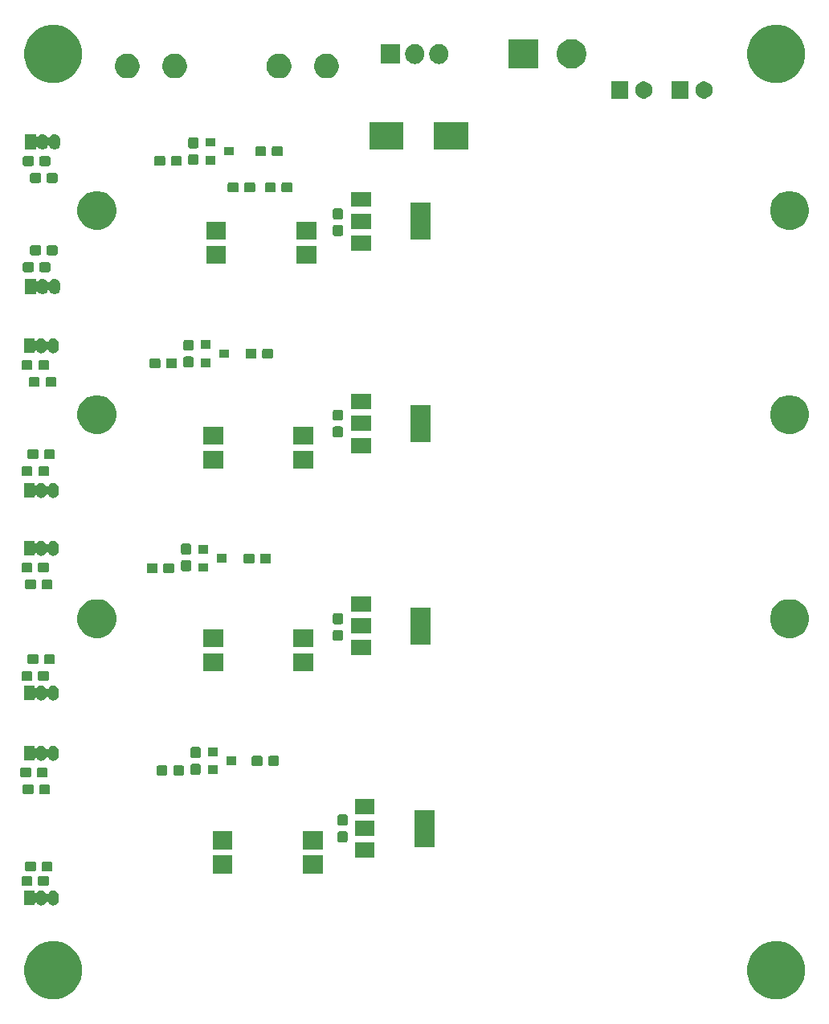
<source format=gbr>
G04 #@! TF.GenerationSoftware,KiCad,Pcbnew,5.1.5+dfsg1-2build2*
G04 #@! TF.CreationDate,2022-06-14T14:00:15+02:00*
G04 #@! TF.ProjectId,4x18650 z zabezpieczeniem,34783138-3635-4302-907a-207a6162657a,rev?*
G04 #@! TF.SameCoordinates,Original*
G04 #@! TF.FileFunction,Soldermask,Bot*
G04 #@! TF.FilePolarity,Negative*
%FSLAX46Y46*%
G04 Gerber Fmt 4.6, Leading zero omitted, Abs format (unit mm)*
G04 Created by KiCad (PCBNEW 5.1.5+dfsg1-2build2) date 2022-06-14 14:00:15*
%MOMM*%
%LPD*%
G04 APERTURE LIST*
%ADD10C,0.100000*%
G04 APERTURE END LIST*
D10*
G36*
X229489943Y-157086248D02*
G01*
X230045189Y-157316238D01*
X230045190Y-157316239D01*
X230544899Y-157650134D01*
X230969866Y-158075101D01*
X230969867Y-158075103D01*
X231303762Y-158574811D01*
X231533752Y-159130057D01*
X231651000Y-159719501D01*
X231651000Y-160320499D01*
X231533752Y-160909943D01*
X231303762Y-161465189D01*
X231303761Y-161465190D01*
X230969866Y-161964899D01*
X230544899Y-162389866D01*
X230293347Y-162557948D01*
X230045189Y-162723762D01*
X229489943Y-162953752D01*
X228900499Y-163071000D01*
X228299501Y-163071000D01*
X227710057Y-162953752D01*
X227154811Y-162723762D01*
X226906653Y-162557948D01*
X226655101Y-162389866D01*
X226230134Y-161964899D01*
X225896239Y-161465190D01*
X225896238Y-161465189D01*
X225666248Y-160909943D01*
X225549000Y-160320499D01*
X225549000Y-159719501D01*
X225666248Y-159130057D01*
X225896238Y-158574811D01*
X226230133Y-158075103D01*
X226230134Y-158075101D01*
X226655101Y-157650134D01*
X227154810Y-157316239D01*
X227154811Y-157316238D01*
X227710057Y-157086248D01*
X228299501Y-156969000D01*
X228900499Y-156969000D01*
X229489943Y-157086248D01*
G37*
G36*
X153289943Y-157086248D02*
G01*
X153845189Y-157316238D01*
X153845190Y-157316239D01*
X154344899Y-157650134D01*
X154769866Y-158075101D01*
X154769867Y-158075103D01*
X155103762Y-158574811D01*
X155333752Y-159130057D01*
X155451000Y-159719501D01*
X155451000Y-160320499D01*
X155333752Y-160909943D01*
X155103762Y-161465189D01*
X155103761Y-161465190D01*
X154769866Y-161964899D01*
X154344899Y-162389866D01*
X154093347Y-162557948D01*
X153845189Y-162723762D01*
X153289943Y-162953752D01*
X152700499Y-163071000D01*
X152099501Y-163071000D01*
X151510057Y-162953752D01*
X150954811Y-162723762D01*
X150706653Y-162557948D01*
X150455101Y-162389866D01*
X150030134Y-161964899D01*
X149696239Y-161465190D01*
X149696238Y-161465189D01*
X149466248Y-160909943D01*
X149349000Y-160320499D01*
X149349000Y-159719501D01*
X149466248Y-159130057D01*
X149696238Y-158574811D01*
X150030133Y-158075103D01*
X150030134Y-158075101D01*
X150455101Y-157650134D01*
X150954810Y-157316239D01*
X150954811Y-157316238D01*
X151510057Y-157086248D01*
X152099501Y-156969000D01*
X152700499Y-156969000D01*
X153289943Y-157086248D01*
G37*
G36*
X152512915Y-151607334D02*
G01*
X152621491Y-151640271D01*
X152621494Y-151640272D01*
X152657600Y-151659571D01*
X152721556Y-151693756D01*
X152809264Y-151765736D01*
X152881244Y-151853443D01*
X152915429Y-151917399D01*
X152934728Y-151953505D01*
X152934729Y-151953508D01*
X152967666Y-152062084D01*
X152976000Y-152146702D01*
X152976000Y-152653297D01*
X152967666Y-152737916D01*
X152935252Y-152844767D01*
X152934728Y-152846495D01*
X152924761Y-152865141D01*
X152881244Y-152946557D01*
X152809264Y-153034264D01*
X152721557Y-153106244D01*
X152657601Y-153140429D01*
X152621495Y-153159728D01*
X152621492Y-153159729D01*
X152512916Y-153192666D01*
X152400000Y-153203787D01*
X152287085Y-153192666D01*
X152178509Y-153159729D01*
X152178506Y-153159728D01*
X152142400Y-153140429D01*
X152078444Y-153106244D01*
X151990737Y-153034264D01*
X151918757Y-152946557D01*
X151875239Y-152865141D01*
X151861625Y-152844766D01*
X151844298Y-152827439D01*
X151823924Y-152813826D01*
X151801285Y-152804448D01*
X151777252Y-152799668D01*
X151752748Y-152799668D01*
X151728715Y-152804448D01*
X151706076Y-152813826D01*
X151685701Y-152827440D01*
X151668374Y-152844767D01*
X151654761Y-152865141D01*
X151611244Y-152946557D01*
X151539264Y-153034264D01*
X151451557Y-153106244D01*
X151387601Y-153140429D01*
X151351495Y-153159728D01*
X151351492Y-153159729D01*
X151242916Y-153192666D01*
X151130000Y-153203787D01*
X151017085Y-153192666D01*
X150908509Y-153159729D01*
X150908506Y-153159728D01*
X150872400Y-153140429D01*
X150808444Y-153106244D01*
X150720737Y-153034264D01*
X150657622Y-152957359D01*
X150640297Y-152940034D01*
X150619923Y-152926420D01*
X150597284Y-152917043D01*
X150573250Y-152912263D01*
X150548746Y-152912263D01*
X150524713Y-152917044D01*
X150502074Y-152926421D01*
X150481700Y-152940035D01*
X150464373Y-152957362D01*
X150450759Y-152977736D01*
X150441382Y-153000375D01*
X150436000Y-153036660D01*
X150436000Y-153201000D01*
X149284000Y-153201000D01*
X149284000Y-151599000D01*
X150436000Y-151599000D01*
X150436000Y-151763341D01*
X150438402Y-151787727D01*
X150445515Y-151811176D01*
X150457066Y-151832787D01*
X150472611Y-151851729D01*
X150491553Y-151867274D01*
X150513164Y-151878825D01*
X150536613Y-151885938D01*
X150560999Y-151888340D01*
X150585385Y-151885938D01*
X150608834Y-151878825D01*
X150630445Y-151867274D01*
X150649387Y-151851729D01*
X150657608Y-151842657D01*
X150720736Y-151765736D01*
X150808443Y-151693756D01*
X150872399Y-151659571D01*
X150908505Y-151640272D01*
X150908508Y-151640271D01*
X151017084Y-151607334D01*
X151130000Y-151596213D01*
X151242915Y-151607334D01*
X151351491Y-151640271D01*
X151351494Y-151640272D01*
X151387600Y-151659571D01*
X151451556Y-151693756D01*
X151539264Y-151765736D01*
X151611244Y-151853443D01*
X151654761Y-151934859D01*
X151668375Y-151955234D01*
X151685702Y-151972561D01*
X151706076Y-151986174D01*
X151728715Y-151995552D01*
X151752748Y-152000332D01*
X151777252Y-152000332D01*
X151801285Y-151995552D01*
X151823924Y-151986174D01*
X151844299Y-151972560D01*
X151861626Y-151955233D01*
X151875239Y-151934860D01*
X151918756Y-151853444D01*
X151990736Y-151765736D01*
X152078443Y-151693756D01*
X152142399Y-151659571D01*
X152178505Y-151640272D01*
X152178508Y-151640271D01*
X152287084Y-151607334D01*
X152400000Y-151596213D01*
X152512915Y-151607334D01*
G37*
G36*
X150020499Y-150100445D02*
G01*
X150057995Y-150111820D01*
X150092554Y-150130292D01*
X150122847Y-150155153D01*
X150147708Y-150185446D01*
X150166180Y-150220005D01*
X150177555Y-150257501D01*
X150182000Y-150302638D01*
X150182000Y-150941362D01*
X150177555Y-150986499D01*
X150166180Y-151023995D01*
X150147708Y-151058554D01*
X150122847Y-151088847D01*
X150092554Y-151113708D01*
X150057995Y-151132180D01*
X150020499Y-151143555D01*
X149975362Y-151148000D01*
X149236638Y-151148000D01*
X149191501Y-151143555D01*
X149154005Y-151132180D01*
X149119446Y-151113708D01*
X149089153Y-151088847D01*
X149064292Y-151058554D01*
X149045820Y-151023995D01*
X149034445Y-150986499D01*
X149030000Y-150941362D01*
X149030000Y-150302638D01*
X149034445Y-150257501D01*
X149045820Y-150220005D01*
X149064292Y-150185446D01*
X149089153Y-150155153D01*
X149119446Y-150130292D01*
X149154005Y-150111820D01*
X149191501Y-150100445D01*
X149236638Y-150096000D01*
X149975362Y-150096000D01*
X150020499Y-150100445D01*
G37*
G36*
X151770499Y-150100445D02*
G01*
X151807995Y-150111820D01*
X151842554Y-150130292D01*
X151872847Y-150155153D01*
X151897708Y-150185446D01*
X151916180Y-150220005D01*
X151927555Y-150257501D01*
X151932000Y-150302638D01*
X151932000Y-150941362D01*
X151927555Y-150986499D01*
X151916180Y-151023995D01*
X151897708Y-151058554D01*
X151872847Y-151088847D01*
X151842554Y-151113708D01*
X151807995Y-151132180D01*
X151770499Y-151143555D01*
X151725362Y-151148000D01*
X150986638Y-151148000D01*
X150941501Y-151143555D01*
X150904005Y-151132180D01*
X150869446Y-151113708D01*
X150839153Y-151088847D01*
X150814292Y-151058554D01*
X150795820Y-151023995D01*
X150784445Y-150986499D01*
X150780000Y-150941362D01*
X150780000Y-150302638D01*
X150784445Y-150257501D01*
X150795820Y-150220005D01*
X150814292Y-150185446D01*
X150839153Y-150155153D01*
X150869446Y-150130292D01*
X150904005Y-150111820D01*
X150941501Y-150100445D01*
X150986638Y-150096000D01*
X151725362Y-150096000D01*
X151770499Y-150100445D01*
G37*
G36*
X180826000Y-149831000D02*
G01*
X178724000Y-149831000D01*
X178724000Y-147949000D01*
X180826000Y-147949000D01*
X180826000Y-149831000D01*
G37*
G36*
X171296000Y-149831000D02*
G01*
X169194000Y-149831000D01*
X169194000Y-147949000D01*
X171296000Y-147949000D01*
X171296000Y-149831000D01*
G37*
G36*
X152165499Y-148576445D02*
G01*
X152202995Y-148587820D01*
X152237554Y-148606292D01*
X152267847Y-148631153D01*
X152292708Y-148661446D01*
X152311180Y-148696005D01*
X152322555Y-148733501D01*
X152327000Y-148778638D01*
X152327000Y-149417362D01*
X152322555Y-149462499D01*
X152311180Y-149499995D01*
X152292708Y-149534554D01*
X152267847Y-149564847D01*
X152237554Y-149589708D01*
X152202995Y-149608180D01*
X152165499Y-149619555D01*
X152120362Y-149624000D01*
X151381638Y-149624000D01*
X151336501Y-149619555D01*
X151299005Y-149608180D01*
X151264446Y-149589708D01*
X151234153Y-149564847D01*
X151209292Y-149534554D01*
X151190820Y-149499995D01*
X151179445Y-149462499D01*
X151175000Y-149417362D01*
X151175000Y-148778638D01*
X151179445Y-148733501D01*
X151190820Y-148696005D01*
X151209292Y-148661446D01*
X151234153Y-148631153D01*
X151264446Y-148606292D01*
X151299005Y-148587820D01*
X151336501Y-148576445D01*
X151381638Y-148572000D01*
X152120362Y-148572000D01*
X152165499Y-148576445D01*
G37*
G36*
X150415499Y-148576445D02*
G01*
X150452995Y-148587820D01*
X150487554Y-148606292D01*
X150517847Y-148631153D01*
X150542708Y-148661446D01*
X150561180Y-148696005D01*
X150572555Y-148733501D01*
X150577000Y-148778638D01*
X150577000Y-149417362D01*
X150572555Y-149462499D01*
X150561180Y-149499995D01*
X150542708Y-149534554D01*
X150517847Y-149564847D01*
X150487554Y-149589708D01*
X150452995Y-149608180D01*
X150415499Y-149619555D01*
X150370362Y-149624000D01*
X149631638Y-149624000D01*
X149586501Y-149619555D01*
X149549005Y-149608180D01*
X149514446Y-149589708D01*
X149484153Y-149564847D01*
X149459292Y-149534554D01*
X149440820Y-149499995D01*
X149429445Y-149462499D01*
X149425000Y-149417362D01*
X149425000Y-148778638D01*
X149429445Y-148733501D01*
X149440820Y-148696005D01*
X149459292Y-148661446D01*
X149484153Y-148631153D01*
X149514446Y-148606292D01*
X149549005Y-148587820D01*
X149586501Y-148576445D01*
X149631638Y-148572000D01*
X150370362Y-148572000D01*
X150415499Y-148576445D01*
G37*
G36*
X186271000Y-148181000D02*
G01*
X184169000Y-148181000D01*
X184169000Y-146579000D01*
X186271000Y-146579000D01*
X186271000Y-148181000D01*
G37*
G36*
X180826000Y-147291000D02*
G01*
X178724000Y-147291000D01*
X178724000Y-145409000D01*
X180826000Y-145409000D01*
X180826000Y-147291000D01*
G37*
G36*
X171296000Y-147291000D02*
G01*
X169194000Y-147291000D01*
X169194000Y-145409000D01*
X171296000Y-145409000D01*
X171296000Y-147291000D01*
G37*
G36*
X192571000Y-147031000D02*
G01*
X190469000Y-147031000D01*
X190469000Y-143129000D01*
X192571000Y-143129000D01*
X192571000Y-147031000D01*
G37*
G36*
X183248499Y-145383445D02*
G01*
X183285995Y-145394820D01*
X183320554Y-145413292D01*
X183350847Y-145438153D01*
X183375708Y-145468446D01*
X183394180Y-145503005D01*
X183405555Y-145540501D01*
X183410000Y-145585638D01*
X183410000Y-146324362D01*
X183405555Y-146369499D01*
X183394180Y-146406995D01*
X183375708Y-146441554D01*
X183350847Y-146471847D01*
X183320554Y-146496708D01*
X183285995Y-146515180D01*
X183248499Y-146526555D01*
X183203362Y-146531000D01*
X182564638Y-146531000D01*
X182519501Y-146526555D01*
X182482005Y-146515180D01*
X182447446Y-146496708D01*
X182417153Y-146471847D01*
X182392292Y-146441554D01*
X182373820Y-146406995D01*
X182362445Y-146369499D01*
X182358000Y-146324362D01*
X182358000Y-145585638D01*
X182362445Y-145540501D01*
X182373820Y-145503005D01*
X182392292Y-145468446D01*
X182417153Y-145438153D01*
X182447446Y-145413292D01*
X182482005Y-145394820D01*
X182519501Y-145383445D01*
X182564638Y-145379000D01*
X183203362Y-145379000D01*
X183248499Y-145383445D01*
G37*
G36*
X186271000Y-145881000D02*
G01*
X184169000Y-145881000D01*
X184169000Y-144279000D01*
X186271000Y-144279000D01*
X186271000Y-145881000D01*
G37*
G36*
X183248499Y-143633445D02*
G01*
X183285995Y-143644820D01*
X183320554Y-143663292D01*
X183350847Y-143688153D01*
X183375708Y-143718446D01*
X183394180Y-143753005D01*
X183405555Y-143790501D01*
X183410000Y-143835638D01*
X183410000Y-144574362D01*
X183405555Y-144619499D01*
X183394180Y-144656995D01*
X183375708Y-144691554D01*
X183350847Y-144721847D01*
X183320554Y-144746708D01*
X183285995Y-144765180D01*
X183248499Y-144776555D01*
X183203362Y-144781000D01*
X182564638Y-144781000D01*
X182519501Y-144776555D01*
X182482005Y-144765180D01*
X182447446Y-144746708D01*
X182417153Y-144721847D01*
X182392292Y-144691554D01*
X182373820Y-144656995D01*
X182362445Y-144619499D01*
X182358000Y-144574362D01*
X182358000Y-143835638D01*
X182362445Y-143790501D01*
X182373820Y-143753005D01*
X182392292Y-143718446D01*
X182417153Y-143688153D01*
X182447446Y-143663292D01*
X182482005Y-143644820D01*
X182519501Y-143633445D01*
X182564638Y-143629000D01*
X183203362Y-143629000D01*
X183248499Y-143633445D01*
G37*
G36*
X186271000Y-143581000D02*
G01*
X184169000Y-143581000D01*
X184169000Y-141979000D01*
X186271000Y-141979000D01*
X186271000Y-143581000D01*
G37*
G36*
X151911499Y-140448445D02*
G01*
X151948995Y-140459820D01*
X151983554Y-140478292D01*
X152013847Y-140503153D01*
X152038708Y-140533446D01*
X152057180Y-140568005D01*
X152068555Y-140605501D01*
X152073000Y-140650638D01*
X152073000Y-141289362D01*
X152068555Y-141334499D01*
X152057180Y-141371995D01*
X152038708Y-141406554D01*
X152013847Y-141436847D01*
X151983554Y-141461708D01*
X151948995Y-141480180D01*
X151911499Y-141491555D01*
X151866362Y-141496000D01*
X151127638Y-141496000D01*
X151082501Y-141491555D01*
X151045005Y-141480180D01*
X151010446Y-141461708D01*
X150980153Y-141436847D01*
X150955292Y-141406554D01*
X150936820Y-141371995D01*
X150925445Y-141334499D01*
X150921000Y-141289362D01*
X150921000Y-140650638D01*
X150925445Y-140605501D01*
X150936820Y-140568005D01*
X150955292Y-140533446D01*
X150980153Y-140503153D01*
X151010446Y-140478292D01*
X151045005Y-140459820D01*
X151082501Y-140448445D01*
X151127638Y-140444000D01*
X151866362Y-140444000D01*
X151911499Y-140448445D01*
G37*
G36*
X150161499Y-140448445D02*
G01*
X150198995Y-140459820D01*
X150233554Y-140478292D01*
X150263847Y-140503153D01*
X150288708Y-140533446D01*
X150307180Y-140568005D01*
X150318555Y-140605501D01*
X150323000Y-140650638D01*
X150323000Y-141289362D01*
X150318555Y-141334499D01*
X150307180Y-141371995D01*
X150288708Y-141406554D01*
X150263847Y-141436847D01*
X150233554Y-141461708D01*
X150198995Y-141480180D01*
X150161499Y-141491555D01*
X150116362Y-141496000D01*
X149377638Y-141496000D01*
X149332501Y-141491555D01*
X149295005Y-141480180D01*
X149260446Y-141461708D01*
X149230153Y-141436847D01*
X149205292Y-141406554D01*
X149186820Y-141371995D01*
X149175445Y-141334499D01*
X149171000Y-141289362D01*
X149171000Y-140650638D01*
X149175445Y-140605501D01*
X149186820Y-140568005D01*
X149205292Y-140533446D01*
X149230153Y-140503153D01*
X149260446Y-140478292D01*
X149295005Y-140459820D01*
X149332501Y-140448445D01*
X149377638Y-140444000D01*
X150116362Y-140444000D01*
X150161499Y-140448445D01*
G37*
G36*
X151657499Y-138670445D02*
G01*
X151694995Y-138681820D01*
X151729554Y-138700292D01*
X151759847Y-138725153D01*
X151784708Y-138755446D01*
X151803180Y-138790005D01*
X151814555Y-138827501D01*
X151819000Y-138872638D01*
X151819000Y-139511362D01*
X151814555Y-139556499D01*
X151803180Y-139593995D01*
X151784708Y-139628554D01*
X151759847Y-139658847D01*
X151729554Y-139683708D01*
X151694995Y-139702180D01*
X151657499Y-139713555D01*
X151612362Y-139718000D01*
X150873638Y-139718000D01*
X150828501Y-139713555D01*
X150791005Y-139702180D01*
X150756446Y-139683708D01*
X150726153Y-139658847D01*
X150701292Y-139628554D01*
X150682820Y-139593995D01*
X150671445Y-139556499D01*
X150667000Y-139511362D01*
X150667000Y-138872638D01*
X150671445Y-138827501D01*
X150682820Y-138790005D01*
X150701292Y-138755446D01*
X150726153Y-138725153D01*
X150756446Y-138700292D01*
X150791005Y-138681820D01*
X150828501Y-138670445D01*
X150873638Y-138666000D01*
X151612362Y-138666000D01*
X151657499Y-138670445D01*
G37*
G36*
X149907499Y-138670445D02*
G01*
X149944995Y-138681820D01*
X149979554Y-138700292D01*
X150009847Y-138725153D01*
X150034708Y-138755446D01*
X150053180Y-138790005D01*
X150064555Y-138827501D01*
X150069000Y-138872638D01*
X150069000Y-139511362D01*
X150064555Y-139556499D01*
X150053180Y-139593995D01*
X150034708Y-139628554D01*
X150009847Y-139658847D01*
X149979554Y-139683708D01*
X149944995Y-139702180D01*
X149907499Y-139713555D01*
X149862362Y-139718000D01*
X149123638Y-139718000D01*
X149078501Y-139713555D01*
X149041005Y-139702180D01*
X149006446Y-139683708D01*
X148976153Y-139658847D01*
X148951292Y-139628554D01*
X148932820Y-139593995D01*
X148921445Y-139556499D01*
X148917000Y-139511362D01*
X148917000Y-138872638D01*
X148921445Y-138827501D01*
X148932820Y-138790005D01*
X148951292Y-138755446D01*
X148976153Y-138725153D01*
X149006446Y-138700292D01*
X149041005Y-138681820D01*
X149078501Y-138670445D01*
X149123638Y-138666000D01*
X149862362Y-138666000D01*
X149907499Y-138670445D01*
G37*
G36*
X164276499Y-138462445D02*
G01*
X164313995Y-138473820D01*
X164348554Y-138492292D01*
X164378847Y-138517153D01*
X164403708Y-138547446D01*
X164422180Y-138582005D01*
X164433555Y-138619501D01*
X164438000Y-138664638D01*
X164438000Y-139303362D01*
X164433555Y-139348499D01*
X164422180Y-139385995D01*
X164403708Y-139420554D01*
X164378847Y-139450847D01*
X164348554Y-139475708D01*
X164313995Y-139494180D01*
X164276499Y-139505555D01*
X164231362Y-139510000D01*
X163492638Y-139510000D01*
X163447501Y-139505555D01*
X163410005Y-139494180D01*
X163375446Y-139475708D01*
X163345153Y-139450847D01*
X163320292Y-139420554D01*
X163301820Y-139385995D01*
X163290445Y-139348499D01*
X163286000Y-139303362D01*
X163286000Y-138664638D01*
X163290445Y-138619501D01*
X163301820Y-138582005D01*
X163320292Y-138547446D01*
X163345153Y-138517153D01*
X163375446Y-138492292D01*
X163410005Y-138473820D01*
X163447501Y-138462445D01*
X163492638Y-138458000D01*
X164231362Y-138458000D01*
X164276499Y-138462445D01*
G37*
G36*
X166026499Y-138462445D02*
G01*
X166063995Y-138473820D01*
X166098554Y-138492292D01*
X166128847Y-138517153D01*
X166153708Y-138547446D01*
X166172180Y-138582005D01*
X166183555Y-138619501D01*
X166188000Y-138664638D01*
X166188000Y-139303362D01*
X166183555Y-139348499D01*
X166172180Y-139385995D01*
X166153708Y-139420554D01*
X166128847Y-139450847D01*
X166098554Y-139475708D01*
X166063995Y-139494180D01*
X166026499Y-139505555D01*
X165981362Y-139510000D01*
X165242638Y-139510000D01*
X165197501Y-139505555D01*
X165160005Y-139494180D01*
X165125446Y-139475708D01*
X165095153Y-139450847D01*
X165070292Y-139420554D01*
X165051820Y-139385995D01*
X165040445Y-139348499D01*
X165036000Y-139303362D01*
X165036000Y-138664638D01*
X165040445Y-138619501D01*
X165051820Y-138582005D01*
X165070292Y-138547446D01*
X165095153Y-138517153D01*
X165125446Y-138492292D01*
X165160005Y-138473820D01*
X165197501Y-138462445D01*
X165242638Y-138458000D01*
X165981362Y-138458000D01*
X166026499Y-138462445D01*
G37*
G36*
X167754499Y-138271445D02*
G01*
X167791995Y-138282820D01*
X167826554Y-138301292D01*
X167856847Y-138326153D01*
X167881708Y-138356446D01*
X167900180Y-138391005D01*
X167911555Y-138428501D01*
X167916000Y-138473638D01*
X167916000Y-139212362D01*
X167911555Y-139257499D01*
X167900180Y-139294995D01*
X167881708Y-139329554D01*
X167856847Y-139359847D01*
X167826554Y-139384708D01*
X167791995Y-139403180D01*
X167754499Y-139414555D01*
X167709362Y-139419000D01*
X167070638Y-139419000D01*
X167025501Y-139414555D01*
X166988005Y-139403180D01*
X166953446Y-139384708D01*
X166923153Y-139359847D01*
X166898292Y-139329554D01*
X166879820Y-139294995D01*
X166868445Y-139257499D01*
X166864000Y-139212362D01*
X166864000Y-138473638D01*
X166868445Y-138428501D01*
X166879820Y-138391005D01*
X166898292Y-138356446D01*
X166923153Y-138326153D01*
X166953446Y-138301292D01*
X166988005Y-138282820D01*
X167025501Y-138271445D01*
X167070638Y-138267000D01*
X167709362Y-138267000D01*
X167754499Y-138271445D01*
G37*
G36*
X169701000Y-139369000D02*
G01*
X168699000Y-139369000D01*
X168699000Y-138467000D01*
X169701000Y-138467000D01*
X169701000Y-139369000D01*
G37*
G36*
X176045499Y-137446445D02*
G01*
X176082995Y-137457820D01*
X176117554Y-137476292D01*
X176147847Y-137501153D01*
X176172708Y-137531446D01*
X176191180Y-137566005D01*
X176202555Y-137603501D01*
X176207000Y-137648638D01*
X176207000Y-138287362D01*
X176202555Y-138332499D01*
X176191180Y-138369995D01*
X176172708Y-138404554D01*
X176147847Y-138434847D01*
X176117554Y-138459708D01*
X176082995Y-138478180D01*
X176045499Y-138489555D01*
X176000362Y-138494000D01*
X175261638Y-138494000D01*
X175216501Y-138489555D01*
X175179005Y-138478180D01*
X175144446Y-138459708D01*
X175114153Y-138434847D01*
X175089292Y-138404554D01*
X175070820Y-138369995D01*
X175059445Y-138332499D01*
X175055000Y-138287362D01*
X175055000Y-137648638D01*
X175059445Y-137603501D01*
X175070820Y-137566005D01*
X175089292Y-137531446D01*
X175114153Y-137501153D01*
X175144446Y-137476292D01*
X175179005Y-137457820D01*
X175216501Y-137446445D01*
X175261638Y-137442000D01*
X176000362Y-137442000D01*
X176045499Y-137446445D01*
G37*
G36*
X174295499Y-137446445D02*
G01*
X174332995Y-137457820D01*
X174367554Y-137476292D01*
X174397847Y-137501153D01*
X174422708Y-137531446D01*
X174441180Y-137566005D01*
X174452555Y-137603501D01*
X174457000Y-137648638D01*
X174457000Y-138287362D01*
X174452555Y-138332499D01*
X174441180Y-138369995D01*
X174422708Y-138404554D01*
X174397847Y-138434847D01*
X174367554Y-138459708D01*
X174332995Y-138478180D01*
X174295499Y-138489555D01*
X174250362Y-138494000D01*
X173511638Y-138494000D01*
X173466501Y-138489555D01*
X173429005Y-138478180D01*
X173394446Y-138459708D01*
X173364153Y-138434847D01*
X173339292Y-138404554D01*
X173320820Y-138369995D01*
X173309445Y-138332499D01*
X173305000Y-138287362D01*
X173305000Y-137648638D01*
X173309445Y-137603501D01*
X173320820Y-137566005D01*
X173339292Y-137531446D01*
X173364153Y-137501153D01*
X173394446Y-137476292D01*
X173429005Y-137457820D01*
X173466501Y-137446445D01*
X173511638Y-137442000D01*
X174250362Y-137442000D01*
X174295499Y-137446445D01*
G37*
G36*
X171701000Y-138419000D02*
G01*
X170699000Y-138419000D01*
X170699000Y-137517000D01*
X171701000Y-137517000D01*
X171701000Y-138419000D01*
G37*
G36*
X152512915Y-136367334D02*
G01*
X152621491Y-136400271D01*
X152621494Y-136400272D01*
X152657600Y-136419571D01*
X152721556Y-136453756D01*
X152809264Y-136525736D01*
X152881244Y-136613443D01*
X152915429Y-136677399D01*
X152934728Y-136713505D01*
X152934729Y-136713508D01*
X152967666Y-136822084D01*
X152976000Y-136906702D01*
X152976000Y-137413297D01*
X152967666Y-137497916D01*
X152935252Y-137604767D01*
X152934728Y-137606495D01*
X152915429Y-137642601D01*
X152881244Y-137706557D01*
X152809264Y-137794264D01*
X152721557Y-137866244D01*
X152657601Y-137900429D01*
X152621495Y-137919728D01*
X152621492Y-137919729D01*
X152512916Y-137952666D01*
X152400000Y-137963787D01*
X152287085Y-137952666D01*
X152178509Y-137919729D01*
X152178506Y-137919728D01*
X152142400Y-137900429D01*
X152078444Y-137866244D01*
X151990737Y-137794264D01*
X151918757Y-137706557D01*
X151887981Y-137648980D01*
X151875239Y-137625141D01*
X151861625Y-137604766D01*
X151844298Y-137587439D01*
X151823924Y-137573826D01*
X151801285Y-137564448D01*
X151777252Y-137559668D01*
X151752748Y-137559668D01*
X151728715Y-137564448D01*
X151706076Y-137573826D01*
X151685701Y-137587440D01*
X151668374Y-137604767D01*
X151654761Y-137625141D01*
X151611244Y-137706557D01*
X151539264Y-137794264D01*
X151451557Y-137866244D01*
X151387601Y-137900429D01*
X151351495Y-137919728D01*
X151351492Y-137919729D01*
X151242916Y-137952666D01*
X151130000Y-137963787D01*
X151017085Y-137952666D01*
X150908509Y-137919729D01*
X150908506Y-137919728D01*
X150872400Y-137900429D01*
X150808444Y-137866244D01*
X150720737Y-137794264D01*
X150657622Y-137717359D01*
X150640297Y-137700034D01*
X150619923Y-137686420D01*
X150597284Y-137677043D01*
X150573250Y-137672263D01*
X150548746Y-137672263D01*
X150524713Y-137677044D01*
X150502074Y-137686421D01*
X150481700Y-137700035D01*
X150464373Y-137717362D01*
X150450759Y-137737736D01*
X150441382Y-137760375D01*
X150436000Y-137796660D01*
X150436000Y-137961000D01*
X149284000Y-137961000D01*
X149284000Y-136359000D01*
X150436000Y-136359000D01*
X150436000Y-136523341D01*
X150438402Y-136547727D01*
X150445515Y-136571176D01*
X150457066Y-136592787D01*
X150472611Y-136611729D01*
X150491553Y-136627274D01*
X150513164Y-136638825D01*
X150536613Y-136645938D01*
X150560999Y-136648340D01*
X150585385Y-136645938D01*
X150608834Y-136638825D01*
X150630445Y-136627274D01*
X150649387Y-136611729D01*
X150657608Y-136602657D01*
X150720736Y-136525736D01*
X150808443Y-136453756D01*
X150872399Y-136419571D01*
X150908505Y-136400272D01*
X150908508Y-136400271D01*
X151017084Y-136367334D01*
X151130000Y-136356213D01*
X151242915Y-136367334D01*
X151351491Y-136400271D01*
X151351494Y-136400272D01*
X151387600Y-136419571D01*
X151451556Y-136453756D01*
X151539264Y-136525736D01*
X151611244Y-136613443D01*
X151654761Y-136694859D01*
X151668375Y-136715234D01*
X151685702Y-136732561D01*
X151706076Y-136746174D01*
X151728715Y-136755552D01*
X151752748Y-136760332D01*
X151777252Y-136760332D01*
X151801285Y-136755552D01*
X151823924Y-136746174D01*
X151844299Y-136732560D01*
X151861626Y-136715233D01*
X151875239Y-136694860D01*
X151918756Y-136613444D01*
X151990736Y-136525736D01*
X152078443Y-136453756D01*
X152142399Y-136419571D01*
X152178505Y-136400272D01*
X152178508Y-136400271D01*
X152287084Y-136367334D01*
X152400000Y-136356213D01*
X152512915Y-136367334D01*
G37*
G36*
X167754499Y-136521445D02*
G01*
X167791995Y-136532820D01*
X167826554Y-136551292D01*
X167856847Y-136576153D01*
X167881708Y-136606446D01*
X167900180Y-136641005D01*
X167911555Y-136678501D01*
X167916000Y-136723638D01*
X167916000Y-137462362D01*
X167911555Y-137507499D01*
X167900180Y-137544995D01*
X167881708Y-137579554D01*
X167856847Y-137609847D01*
X167826554Y-137634708D01*
X167791995Y-137653180D01*
X167754499Y-137664555D01*
X167709362Y-137669000D01*
X167070638Y-137669000D01*
X167025501Y-137664555D01*
X166988005Y-137653180D01*
X166953446Y-137634708D01*
X166923153Y-137609847D01*
X166898292Y-137579554D01*
X166879820Y-137544995D01*
X166868445Y-137507499D01*
X166864000Y-137462362D01*
X166864000Y-136723638D01*
X166868445Y-136678501D01*
X166879820Y-136641005D01*
X166898292Y-136606446D01*
X166923153Y-136576153D01*
X166953446Y-136551292D01*
X166988005Y-136532820D01*
X167025501Y-136521445D01*
X167070638Y-136517000D01*
X167709362Y-136517000D01*
X167754499Y-136521445D01*
G37*
G36*
X169701000Y-137469000D02*
G01*
X168699000Y-137469000D01*
X168699000Y-136567000D01*
X169701000Y-136567000D01*
X169701000Y-137469000D01*
G37*
G36*
X152512915Y-130017334D02*
G01*
X152621491Y-130050271D01*
X152621494Y-130050272D01*
X152657600Y-130069571D01*
X152721556Y-130103756D01*
X152809264Y-130175736D01*
X152881244Y-130263443D01*
X152915429Y-130327399D01*
X152934728Y-130363505D01*
X152934729Y-130363508D01*
X152967666Y-130472084D01*
X152976000Y-130556702D01*
X152976000Y-131063297D01*
X152967666Y-131147916D01*
X152935252Y-131254767D01*
X152934728Y-131256495D01*
X152924761Y-131275141D01*
X152881244Y-131356557D01*
X152809264Y-131444264D01*
X152721557Y-131516244D01*
X152657601Y-131550429D01*
X152621495Y-131569728D01*
X152621492Y-131569729D01*
X152512916Y-131602666D01*
X152400000Y-131613787D01*
X152287085Y-131602666D01*
X152178509Y-131569729D01*
X152178506Y-131569728D01*
X152142400Y-131550429D01*
X152078444Y-131516244D01*
X151990737Y-131444264D01*
X151918757Y-131356557D01*
X151875239Y-131275141D01*
X151861625Y-131254766D01*
X151844298Y-131237439D01*
X151823924Y-131223826D01*
X151801285Y-131214448D01*
X151777252Y-131209668D01*
X151752748Y-131209668D01*
X151728715Y-131214448D01*
X151706076Y-131223826D01*
X151685701Y-131237440D01*
X151668374Y-131254767D01*
X151654761Y-131275141D01*
X151611244Y-131356557D01*
X151539264Y-131444264D01*
X151451557Y-131516244D01*
X151387601Y-131550429D01*
X151351495Y-131569728D01*
X151351492Y-131569729D01*
X151242916Y-131602666D01*
X151130000Y-131613787D01*
X151017085Y-131602666D01*
X150908509Y-131569729D01*
X150908506Y-131569728D01*
X150872400Y-131550429D01*
X150808444Y-131516244D01*
X150720737Y-131444264D01*
X150657622Y-131367359D01*
X150640297Y-131350034D01*
X150619923Y-131336420D01*
X150597284Y-131327043D01*
X150573250Y-131322263D01*
X150548746Y-131322263D01*
X150524713Y-131327044D01*
X150502074Y-131336421D01*
X150481700Y-131350035D01*
X150464373Y-131367362D01*
X150450759Y-131387736D01*
X150441382Y-131410375D01*
X150436000Y-131446660D01*
X150436000Y-131611000D01*
X149284000Y-131611000D01*
X149284000Y-130009000D01*
X150436000Y-130009000D01*
X150436000Y-130173341D01*
X150438402Y-130197727D01*
X150445515Y-130221176D01*
X150457066Y-130242787D01*
X150472611Y-130261729D01*
X150491553Y-130277274D01*
X150513164Y-130288825D01*
X150536613Y-130295938D01*
X150560999Y-130298340D01*
X150585385Y-130295938D01*
X150608834Y-130288825D01*
X150630445Y-130277274D01*
X150649387Y-130261729D01*
X150657608Y-130252657D01*
X150720736Y-130175736D01*
X150808443Y-130103756D01*
X150872399Y-130069571D01*
X150908505Y-130050272D01*
X150908508Y-130050271D01*
X151017084Y-130017334D01*
X151130000Y-130006213D01*
X151242915Y-130017334D01*
X151351491Y-130050271D01*
X151351494Y-130050272D01*
X151387600Y-130069571D01*
X151451556Y-130103756D01*
X151539264Y-130175736D01*
X151611244Y-130263443D01*
X151654761Y-130344859D01*
X151668375Y-130365234D01*
X151685702Y-130382561D01*
X151706076Y-130396174D01*
X151728715Y-130405552D01*
X151752748Y-130410332D01*
X151777252Y-130410332D01*
X151801285Y-130405552D01*
X151823924Y-130396174D01*
X151844299Y-130382560D01*
X151861626Y-130365233D01*
X151875239Y-130344860D01*
X151918756Y-130263444D01*
X151990736Y-130175736D01*
X152078443Y-130103756D01*
X152142399Y-130069571D01*
X152178505Y-130050272D01*
X152178508Y-130050271D01*
X152287084Y-130017334D01*
X152400000Y-130006213D01*
X152512915Y-130017334D01*
G37*
G36*
X151770499Y-128510445D02*
G01*
X151807995Y-128521820D01*
X151842554Y-128540292D01*
X151872847Y-128565153D01*
X151897708Y-128595446D01*
X151916180Y-128630005D01*
X151927555Y-128667501D01*
X151932000Y-128712638D01*
X151932000Y-129351362D01*
X151927555Y-129396499D01*
X151916180Y-129433995D01*
X151897708Y-129468554D01*
X151872847Y-129498847D01*
X151842554Y-129523708D01*
X151807995Y-129542180D01*
X151770499Y-129553555D01*
X151725362Y-129558000D01*
X150986638Y-129558000D01*
X150941501Y-129553555D01*
X150904005Y-129542180D01*
X150869446Y-129523708D01*
X150839153Y-129498847D01*
X150814292Y-129468554D01*
X150795820Y-129433995D01*
X150784445Y-129396499D01*
X150780000Y-129351362D01*
X150780000Y-128712638D01*
X150784445Y-128667501D01*
X150795820Y-128630005D01*
X150814292Y-128595446D01*
X150839153Y-128565153D01*
X150869446Y-128540292D01*
X150904005Y-128521820D01*
X150941501Y-128510445D01*
X150986638Y-128506000D01*
X151725362Y-128506000D01*
X151770499Y-128510445D01*
G37*
G36*
X150020499Y-128510445D02*
G01*
X150057995Y-128521820D01*
X150092554Y-128540292D01*
X150122847Y-128565153D01*
X150147708Y-128595446D01*
X150166180Y-128630005D01*
X150177555Y-128667501D01*
X150182000Y-128712638D01*
X150182000Y-129351362D01*
X150177555Y-129396499D01*
X150166180Y-129433995D01*
X150147708Y-129468554D01*
X150122847Y-129498847D01*
X150092554Y-129523708D01*
X150057995Y-129542180D01*
X150020499Y-129553555D01*
X149975362Y-129558000D01*
X149236638Y-129558000D01*
X149191501Y-129553555D01*
X149154005Y-129542180D01*
X149119446Y-129523708D01*
X149089153Y-129498847D01*
X149064292Y-129468554D01*
X149045820Y-129433995D01*
X149034445Y-129396499D01*
X149030000Y-129351362D01*
X149030000Y-128712638D01*
X149034445Y-128667501D01*
X149045820Y-128630005D01*
X149064292Y-128595446D01*
X149089153Y-128565153D01*
X149119446Y-128540292D01*
X149154005Y-128521820D01*
X149191501Y-128510445D01*
X149236638Y-128506000D01*
X149975362Y-128506000D01*
X150020499Y-128510445D01*
G37*
G36*
X170296000Y-128511000D02*
G01*
X168194000Y-128511000D01*
X168194000Y-126629000D01*
X170296000Y-126629000D01*
X170296000Y-128511000D01*
G37*
G36*
X179826000Y-128511000D02*
G01*
X177724000Y-128511000D01*
X177724000Y-126629000D01*
X179826000Y-126629000D01*
X179826000Y-128511000D01*
G37*
G36*
X150669499Y-126732445D02*
G01*
X150706995Y-126743820D01*
X150741554Y-126762292D01*
X150771847Y-126787153D01*
X150796708Y-126817446D01*
X150815180Y-126852005D01*
X150826555Y-126889501D01*
X150831000Y-126934638D01*
X150831000Y-127573362D01*
X150826555Y-127618499D01*
X150815180Y-127655995D01*
X150796708Y-127690554D01*
X150771847Y-127720847D01*
X150741554Y-127745708D01*
X150706995Y-127764180D01*
X150669499Y-127775555D01*
X150624362Y-127780000D01*
X149885638Y-127780000D01*
X149840501Y-127775555D01*
X149803005Y-127764180D01*
X149768446Y-127745708D01*
X149738153Y-127720847D01*
X149713292Y-127690554D01*
X149694820Y-127655995D01*
X149683445Y-127618499D01*
X149679000Y-127573362D01*
X149679000Y-126934638D01*
X149683445Y-126889501D01*
X149694820Y-126852005D01*
X149713292Y-126817446D01*
X149738153Y-126787153D01*
X149768446Y-126762292D01*
X149803005Y-126743820D01*
X149840501Y-126732445D01*
X149885638Y-126728000D01*
X150624362Y-126728000D01*
X150669499Y-126732445D01*
G37*
G36*
X152419499Y-126732445D02*
G01*
X152456995Y-126743820D01*
X152491554Y-126762292D01*
X152521847Y-126787153D01*
X152546708Y-126817446D01*
X152565180Y-126852005D01*
X152576555Y-126889501D01*
X152581000Y-126934638D01*
X152581000Y-127573362D01*
X152576555Y-127618499D01*
X152565180Y-127655995D01*
X152546708Y-127690554D01*
X152521847Y-127720847D01*
X152491554Y-127745708D01*
X152456995Y-127764180D01*
X152419499Y-127775555D01*
X152374362Y-127780000D01*
X151635638Y-127780000D01*
X151590501Y-127775555D01*
X151553005Y-127764180D01*
X151518446Y-127745708D01*
X151488153Y-127720847D01*
X151463292Y-127690554D01*
X151444820Y-127655995D01*
X151433445Y-127618499D01*
X151429000Y-127573362D01*
X151429000Y-126934638D01*
X151433445Y-126889501D01*
X151444820Y-126852005D01*
X151463292Y-126817446D01*
X151488153Y-126787153D01*
X151518446Y-126762292D01*
X151553005Y-126743820D01*
X151590501Y-126732445D01*
X151635638Y-126728000D01*
X152374362Y-126728000D01*
X152419499Y-126732445D01*
G37*
G36*
X185881000Y-126861000D02*
G01*
X183779000Y-126861000D01*
X183779000Y-125259000D01*
X185881000Y-125259000D01*
X185881000Y-126861000D01*
G37*
G36*
X179826000Y-125971000D02*
G01*
X177724000Y-125971000D01*
X177724000Y-124089000D01*
X179826000Y-124089000D01*
X179826000Y-125971000D01*
G37*
G36*
X170296000Y-125971000D02*
G01*
X168194000Y-125971000D01*
X168194000Y-124089000D01*
X170296000Y-124089000D01*
X170296000Y-125971000D01*
G37*
G36*
X192181000Y-125711000D02*
G01*
X190079000Y-125711000D01*
X190079000Y-121809000D01*
X192181000Y-121809000D01*
X192181000Y-125711000D01*
G37*
G36*
X182756499Y-124176445D02*
G01*
X182793995Y-124187820D01*
X182828554Y-124206292D01*
X182858847Y-124231153D01*
X182883708Y-124261446D01*
X182902180Y-124296005D01*
X182913555Y-124333501D01*
X182918000Y-124378638D01*
X182918000Y-125117362D01*
X182913555Y-125162499D01*
X182902180Y-125199995D01*
X182883708Y-125234554D01*
X182858847Y-125264847D01*
X182828554Y-125289708D01*
X182793995Y-125308180D01*
X182756499Y-125319555D01*
X182711362Y-125324000D01*
X182072638Y-125324000D01*
X182027501Y-125319555D01*
X181990005Y-125308180D01*
X181955446Y-125289708D01*
X181925153Y-125264847D01*
X181900292Y-125234554D01*
X181881820Y-125199995D01*
X181870445Y-125162499D01*
X181866000Y-125117362D01*
X181866000Y-124378638D01*
X181870445Y-124333501D01*
X181881820Y-124296005D01*
X181900292Y-124261446D01*
X181925153Y-124231153D01*
X181955446Y-124206292D01*
X181990005Y-124187820D01*
X182027501Y-124176445D01*
X182072638Y-124172000D01*
X182711362Y-124172000D01*
X182756499Y-124176445D01*
G37*
G36*
X230598254Y-121027818D02*
G01*
X230971511Y-121182426D01*
X230971513Y-121182427D01*
X231307436Y-121406884D01*
X231593116Y-121692564D01*
X231817574Y-122028489D01*
X231972182Y-122401746D01*
X232051000Y-122797993D01*
X232051000Y-123202007D01*
X231972182Y-123598254D01*
X231817574Y-123971511D01*
X231817573Y-123971513D01*
X231593116Y-124307436D01*
X231307436Y-124593116D01*
X230971513Y-124817573D01*
X230971512Y-124817574D01*
X230971511Y-124817574D01*
X230598254Y-124972182D01*
X230202007Y-125051000D01*
X229797993Y-125051000D01*
X229401746Y-124972182D01*
X229028489Y-124817574D01*
X229028488Y-124817574D01*
X229028487Y-124817573D01*
X228692564Y-124593116D01*
X228406884Y-124307436D01*
X228182427Y-123971513D01*
X228182426Y-123971511D01*
X228027818Y-123598254D01*
X227949000Y-123202007D01*
X227949000Y-122797993D01*
X228027818Y-122401746D01*
X228182426Y-122028489D01*
X228406884Y-121692564D01*
X228692564Y-121406884D01*
X229028487Y-121182427D01*
X229028489Y-121182426D01*
X229401746Y-121027818D01*
X229797993Y-120949000D01*
X230202007Y-120949000D01*
X230598254Y-121027818D01*
G37*
G36*
X157598254Y-121027818D02*
G01*
X157971511Y-121182426D01*
X157971513Y-121182427D01*
X158307436Y-121406884D01*
X158593116Y-121692564D01*
X158817574Y-122028489D01*
X158972182Y-122401746D01*
X159051000Y-122797993D01*
X159051000Y-123202007D01*
X158972182Y-123598254D01*
X158817574Y-123971511D01*
X158817573Y-123971513D01*
X158593116Y-124307436D01*
X158307436Y-124593116D01*
X157971513Y-124817573D01*
X157971512Y-124817574D01*
X157971511Y-124817574D01*
X157598254Y-124972182D01*
X157202007Y-125051000D01*
X156797993Y-125051000D01*
X156401746Y-124972182D01*
X156028489Y-124817574D01*
X156028488Y-124817574D01*
X156028487Y-124817573D01*
X155692564Y-124593116D01*
X155406884Y-124307436D01*
X155182427Y-123971513D01*
X155182426Y-123971511D01*
X155027818Y-123598254D01*
X154949000Y-123202007D01*
X154949000Y-122797993D01*
X155027818Y-122401746D01*
X155182426Y-122028489D01*
X155406884Y-121692564D01*
X155692564Y-121406884D01*
X156028487Y-121182427D01*
X156028489Y-121182426D01*
X156401746Y-121027818D01*
X156797993Y-120949000D01*
X157202007Y-120949000D01*
X157598254Y-121027818D01*
G37*
G36*
X185881000Y-124561000D02*
G01*
X183779000Y-124561000D01*
X183779000Y-122959000D01*
X185881000Y-122959000D01*
X185881000Y-124561000D01*
G37*
G36*
X182756499Y-122426445D02*
G01*
X182793995Y-122437820D01*
X182828554Y-122456292D01*
X182858847Y-122481153D01*
X182883708Y-122511446D01*
X182902180Y-122546005D01*
X182913555Y-122583501D01*
X182918000Y-122628638D01*
X182918000Y-123367362D01*
X182913555Y-123412499D01*
X182902180Y-123449995D01*
X182883708Y-123484554D01*
X182858847Y-123514847D01*
X182828554Y-123539708D01*
X182793995Y-123558180D01*
X182756499Y-123569555D01*
X182711362Y-123574000D01*
X182072638Y-123574000D01*
X182027501Y-123569555D01*
X181990005Y-123558180D01*
X181955446Y-123539708D01*
X181925153Y-123514847D01*
X181900292Y-123484554D01*
X181881820Y-123449995D01*
X181870445Y-123412499D01*
X181866000Y-123367362D01*
X181866000Y-122628638D01*
X181870445Y-122583501D01*
X181881820Y-122546005D01*
X181900292Y-122511446D01*
X181925153Y-122481153D01*
X181955446Y-122456292D01*
X181990005Y-122437820D01*
X182027501Y-122426445D01*
X182072638Y-122422000D01*
X182711362Y-122422000D01*
X182756499Y-122426445D01*
G37*
G36*
X185881000Y-122261000D02*
G01*
X183779000Y-122261000D01*
X183779000Y-120659000D01*
X185881000Y-120659000D01*
X185881000Y-122261000D01*
G37*
G36*
X152165499Y-118858445D02*
G01*
X152202995Y-118869820D01*
X152237554Y-118888292D01*
X152267847Y-118913153D01*
X152292708Y-118943446D01*
X152311180Y-118978005D01*
X152322555Y-119015501D01*
X152327000Y-119060638D01*
X152327000Y-119699362D01*
X152322555Y-119744499D01*
X152311180Y-119781995D01*
X152292708Y-119816554D01*
X152267847Y-119846847D01*
X152237554Y-119871708D01*
X152202995Y-119890180D01*
X152165499Y-119901555D01*
X152120362Y-119906000D01*
X151381638Y-119906000D01*
X151336501Y-119901555D01*
X151299005Y-119890180D01*
X151264446Y-119871708D01*
X151234153Y-119846847D01*
X151209292Y-119816554D01*
X151190820Y-119781995D01*
X151179445Y-119744499D01*
X151175000Y-119699362D01*
X151175000Y-119060638D01*
X151179445Y-119015501D01*
X151190820Y-118978005D01*
X151209292Y-118943446D01*
X151234153Y-118913153D01*
X151264446Y-118888292D01*
X151299005Y-118869820D01*
X151336501Y-118858445D01*
X151381638Y-118854000D01*
X152120362Y-118854000D01*
X152165499Y-118858445D01*
G37*
G36*
X150415499Y-118858445D02*
G01*
X150452995Y-118869820D01*
X150487554Y-118888292D01*
X150517847Y-118913153D01*
X150542708Y-118943446D01*
X150561180Y-118978005D01*
X150572555Y-119015501D01*
X150577000Y-119060638D01*
X150577000Y-119699362D01*
X150572555Y-119744499D01*
X150561180Y-119781995D01*
X150542708Y-119816554D01*
X150517847Y-119846847D01*
X150487554Y-119871708D01*
X150452995Y-119890180D01*
X150415499Y-119901555D01*
X150370362Y-119906000D01*
X149631638Y-119906000D01*
X149586501Y-119901555D01*
X149549005Y-119890180D01*
X149514446Y-119871708D01*
X149484153Y-119846847D01*
X149459292Y-119816554D01*
X149440820Y-119781995D01*
X149429445Y-119744499D01*
X149425000Y-119699362D01*
X149425000Y-119060638D01*
X149429445Y-119015501D01*
X149440820Y-118978005D01*
X149459292Y-118943446D01*
X149484153Y-118913153D01*
X149514446Y-118888292D01*
X149549005Y-118869820D01*
X149586501Y-118858445D01*
X149631638Y-118854000D01*
X150370362Y-118854000D01*
X150415499Y-118858445D01*
G37*
G36*
X164998499Y-117142445D02*
G01*
X165035995Y-117153820D01*
X165070554Y-117172292D01*
X165100847Y-117197153D01*
X165125708Y-117227446D01*
X165144180Y-117262005D01*
X165155555Y-117299501D01*
X165160000Y-117344638D01*
X165160000Y-117983362D01*
X165155555Y-118028499D01*
X165144180Y-118065995D01*
X165125708Y-118100554D01*
X165100847Y-118130847D01*
X165070554Y-118155708D01*
X165035995Y-118174180D01*
X164998499Y-118185555D01*
X164953362Y-118190000D01*
X164214638Y-118190000D01*
X164169501Y-118185555D01*
X164132005Y-118174180D01*
X164097446Y-118155708D01*
X164067153Y-118130847D01*
X164042292Y-118100554D01*
X164023820Y-118065995D01*
X164012445Y-118028499D01*
X164008000Y-117983362D01*
X164008000Y-117344638D01*
X164012445Y-117299501D01*
X164023820Y-117262005D01*
X164042292Y-117227446D01*
X164067153Y-117197153D01*
X164097446Y-117172292D01*
X164132005Y-117153820D01*
X164169501Y-117142445D01*
X164214638Y-117138000D01*
X164953362Y-117138000D01*
X164998499Y-117142445D01*
G37*
G36*
X163248499Y-117142445D02*
G01*
X163285995Y-117153820D01*
X163320554Y-117172292D01*
X163350847Y-117197153D01*
X163375708Y-117227446D01*
X163394180Y-117262005D01*
X163405555Y-117299501D01*
X163410000Y-117344638D01*
X163410000Y-117983362D01*
X163405555Y-118028499D01*
X163394180Y-118065995D01*
X163375708Y-118100554D01*
X163350847Y-118130847D01*
X163320554Y-118155708D01*
X163285995Y-118174180D01*
X163248499Y-118185555D01*
X163203362Y-118190000D01*
X162464638Y-118190000D01*
X162419501Y-118185555D01*
X162382005Y-118174180D01*
X162347446Y-118155708D01*
X162317153Y-118130847D01*
X162292292Y-118100554D01*
X162273820Y-118065995D01*
X162262445Y-118028499D01*
X162258000Y-117983362D01*
X162258000Y-117344638D01*
X162262445Y-117299501D01*
X162273820Y-117262005D01*
X162292292Y-117227446D01*
X162317153Y-117197153D01*
X162347446Y-117172292D01*
X162382005Y-117153820D01*
X162419501Y-117142445D01*
X162464638Y-117138000D01*
X163203362Y-117138000D01*
X163248499Y-117142445D01*
G37*
G36*
X150020499Y-117080445D02*
G01*
X150057995Y-117091820D01*
X150092554Y-117110292D01*
X150122847Y-117135153D01*
X150147708Y-117165446D01*
X150166180Y-117200005D01*
X150177555Y-117237501D01*
X150182000Y-117282638D01*
X150182000Y-117921362D01*
X150177555Y-117966499D01*
X150166180Y-118003995D01*
X150147708Y-118038554D01*
X150122847Y-118068847D01*
X150092554Y-118093708D01*
X150057995Y-118112180D01*
X150020499Y-118123555D01*
X149975362Y-118128000D01*
X149236638Y-118128000D01*
X149191501Y-118123555D01*
X149154005Y-118112180D01*
X149119446Y-118093708D01*
X149089153Y-118068847D01*
X149064292Y-118038554D01*
X149045820Y-118003995D01*
X149034445Y-117966499D01*
X149030000Y-117921362D01*
X149030000Y-117282638D01*
X149034445Y-117237501D01*
X149045820Y-117200005D01*
X149064292Y-117165446D01*
X149089153Y-117135153D01*
X149119446Y-117110292D01*
X149154005Y-117091820D01*
X149191501Y-117080445D01*
X149236638Y-117076000D01*
X149975362Y-117076000D01*
X150020499Y-117080445D01*
G37*
G36*
X151770499Y-117080445D02*
G01*
X151807995Y-117091820D01*
X151842554Y-117110292D01*
X151872847Y-117135153D01*
X151897708Y-117165446D01*
X151916180Y-117200005D01*
X151927555Y-117237501D01*
X151932000Y-117282638D01*
X151932000Y-117921362D01*
X151927555Y-117966499D01*
X151916180Y-118003995D01*
X151897708Y-118038554D01*
X151872847Y-118068847D01*
X151842554Y-118093708D01*
X151807995Y-118112180D01*
X151770499Y-118123555D01*
X151725362Y-118128000D01*
X150986638Y-118128000D01*
X150941501Y-118123555D01*
X150904005Y-118112180D01*
X150869446Y-118093708D01*
X150839153Y-118068847D01*
X150814292Y-118038554D01*
X150795820Y-118003995D01*
X150784445Y-117966499D01*
X150780000Y-117921362D01*
X150780000Y-117282638D01*
X150784445Y-117237501D01*
X150795820Y-117200005D01*
X150814292Y-117165446D01*
X150839153Y-117135153D01*
X150869446Y-117110292D01*
X150904005Y-117091820D01*
X150941501Y-117080445D01*
X150986638Y-117076000D01*
X151725362Y-117076000D01*
X151770499Y-117080445D01*
G37*
G36*
X168685000Y-118049000D02*
G01*
X167683000Y-118049000D01*
X167683000Y-117147000D01*
X168685000Y-117147000D01*
X168685000Y-118049000D01*
G37*
G36*
X166754499Y-116838445D02*
G01*
X166791995Y-116849820D01*
X166826554Y-116868292D01*
X166856847Y-116893153D01*
X166881708Y-116923446D01*
X166900180Y-116958005D01*
X166911555Y-116995501D01*
X166916000Y-117040638D01*
X166916000Y-117779362D01*
X166911555Y-117824499D01*
X166900180Y-117861995D01*
X166881708Y-117896554D01*
X166856847Y-117926847D01*
X166826554Y-117951708D01*
X166791995Y-117970180D01*
X166754499Y-117981555D01*
X166709362Y-117986000D01*
X166070638Y-117986000D01*
X166025501Y-117981555D01*
X165988005Y-117970180D01*
X165953446Y-117951708D01*
X165923153Y-117926847D01*
X165898292Y-117896554D01*
X165879820Y-117861995D01*
X165868445Y-117824499D01*
X165864000Y-117779362D01*
X165864000Y-117040638D01*
X165868445Y-116995501D01*
X165879820Y-116958005D01*
X165898292Y-116923446D01*
X165923153Y-116893153D01*
X165953446Y-116868292D01*
X165988005Y-116849820D01*
X166025501Y-116838445D01*
X166070638Y-116834000D01*
X166709362Y-116834000D01*
X166754499Y-116838445D01*
G37*
G36*
X175186499Y-116126445D02*
G01*
X175223995Y-116137820D01*
X175258554Y-116156292D01*
X175288847Y-116181153D01*
X175313708Y-116211446D01*
X175332180Y-116246005D01*
X175343555Y-116283501D01*
X175348000Y-116328638D01*
X175348000Y-116967362D01*
X175343555Y-117012499D01*
X175332180Y-117049995D01*
X175313708Y-117084554D01*
X175288847Y-117114847D01*
X175258554Y-117139708D01*
X175223995Y-117158180D01*
X175186499Y-117169555D01*
X175141362Y-117174000D01*
X174402638Y-117174000D01*
X174357501Y-117169555D01*
X174320005Y-117158180D01*
X174285446Y-117139708D01*
X174255153Y-117114847D01*
X174230292Y-117084554D01*
X174211820Y-117049995D01*
X174200445Y-117012499D01*
X174196000Y-116967362D01*
X174196000Y-116328638D01*
X174200445Y-116283501D01*
X174211820Y-116246005D01*
X174230292Y-116211446D01*
X174255153Y-116181153D01*
X174285446Y-116156292D01*
X174320005Y-116137820D01*
X174357501Y-116126445D01*
X174402638Y-116122000D01*
X175141362Y-116122000D01*
X175186499Y-116126445D01*
G37*
G36*
X173436499Y-116126445D02*
G01*
X173473995Y-116137820D01*
X173508554Y-116156292D01*
X173538847Y-116181153D01*
X173563708Y-116211446D01*
X173582180Y-116246005D01*
X173593555Y-116283501D01*
X173598000Y-116328638D01*
X173598000Y-116967362D01*
X173593555Y-117012499D01*
X173582180Y-117049995D01*
X173563708Y-117084554D01*
X173538847Y-117114847D01*
X173508554Y-117139708D01*
X173473995Y-117158180D01*
X173436499Y-117169555D01*
X173391362Y-117174000D01*
X172652638Y-117174000D01*
X172607501Y-117169555D01*
X172570005Y-117158180D01*
X172535446Y-117139708D01*
X172505153Y-117114847D01*
X172480292Y-117084554D01*
X172461820Y-117049995D01*
X172450445Y-117012499D01*
X172446000Y-116967362D01*
X172446000Y-116328638D01*
X172450445Y-116283501D01*
X172461820Y-116246005D01*
X172480292Y-116211446D01*
X172505153Y-116181153D01*
X172535446Y-116156292D01*
X172570005Y-116137820D01*
X172607501Y-116126445D01*
X172652638Y-116122000D01*
X173391362Y-116122000D01*
X173436499Y-116126445D01*
G37*
G36*
X170685000Y-117099000D02*
G01*
X169683000Y-117099000D01*
X169683000Y-116197000D01*
X170685000Y-116197000D01*
X170685000Y-117099000D01*
G37*
G36*
X152512915Y-114777334D02*
G01*
X152621491Y-114810271D01*
X152621494Y-114810272D01*
X152657600Y-114829571D01*
X152721556Y-114863756D01*
X152809264Y-114935736D01*
X152881244Y-115023443D01*
X152913612Y-115084000D01*
X152934728Y-115123505D01*
X152934729Y-115123508D01*
X152967666Y-115232084D01*
X152976000Y-115316702D01*
X152976000Y-115823297D01*
X152967666Y-115907916D01*
X152935252Y-116014767D01*
X152934728Y-116016495D01*
X152930551Y-116024309D01*
X152881244Y-116116557D01*
X152809264Y-116204264D01*
X152721557Y-116276244D01*
X152657601Y-116310429D01*
X152621495Y-116329728D01*
X152621492Y-116329729D01*
X152512916Y-116362666D01*
X152400000Y-116373787D01*
X152287085Y-116362666D01*
X152178509Y-116329729D01*
X152178506Y-116329728D01*
X152142400Y-116310429D01*
X152078444Y-116276244D01*
X151990737Y-116204264D01*
X151918757Y-116116557D01*
X151896276Y-116074499D01*
X151875239Y-116035141D01*
X151861625Y-116014766D01*
X151844298Y-115997439D01*
X151823924Y-115983826D01*
X151801285Y-115974448D01*
X151777252Y-115969668D01*
X151752748Y-115969668D01*
X151728715Y-115974448D01*
X151706076Y-115983826D01*
X151685701Y-115997440D01*
X151668374Y-116014767D01*
X151654761Y-116035141D01*
X151611244Y-116116557D01*
X151539264Y-116204264D01*
X151451557Y-116276244D01*
X151387601Y-116310429D01*
X151351495Y-116329728D01*
X151351492Y-116329729D01*
X151242916Y-116362666D01*
X151130000Y-116373787D01*
X151017085Y-116362666D01*
X150908509Y-116329729D01*
X150908506Y-116329728D01*
X150872400Y-116310429D01*
X150808444Y-116276244D01*
X150720737Y-116204264D01*
X150657622Y-116127359D01*
X150640297Y-116110034D01*
X150619923Y-116096420D01*
X150597284Y-116087043D01*
X150573250Y-116082263D01*
X150548746Y-116082263D01*
X150524713Y-116087044D01*
X150502074Y-116096421D01*
X150481700Y-116110035D01*
X150464373Y-116127362D01*
X150450759Y-116147736D01*
X150441382Y-116170375D01*
X150436000Y-116206660D01*
X150436000Y-116371000D01*
X149284000Y-116371000D01*
X149284000Y-114769000D01*
X150436000Y-114769000D01*
X150436000Y-114933341D01*
X150438402Y-114957727D01*
X150445515Y-114981176D01*
X150457066Y-115002787D01*
X150472611Y-115021729D01*
X150491553Y-115037274D01*
X150513164Y-115048825D01*
X150536613Y-115055938D01*
X150560999Y-115058340D01*
X150585385Y-115055938D01*
X150608834Y-115048825D01*
X150630445Y-115037274D01*
X150649387Y-115021729D01*
X150657608Y-115012657D01*
X150720736Y-114935736D01*
X150808443Y-114863756D01*
X150872399Y-114829571D01*
X150908505Y-114810272D01*
X150908508Y-114810271D01*
X151017084Y-114777334D01*
X151130000Y-114766213D01*
X151242915Y-114777334D01*
X151351491Y-114810271D01*
X151351494Y-114810272D01*
X151387600Y-114829571D01*
X151451556Y-114863756D01*
X151539264Y-114935736D01*
X151611244Y-115023443D01*
X151652068Y-115099820D01*
X151654761Y-115104859D01*
X151668375Y-115125234D01*
X151685702Y-115142561D01*
X151706076Y-115156174D01*
X151728715Y-115165552D01*
X151752748Y-115170332D01*
X151777252Y-115170332D01*
X151801285Y-115165552D01*
X151823924Y-115156174D01*
X151844299Y-115142560D01*
X151861626Y-115125233D01*
X151875239Y-115104860D01*
X151918756Y-115023444D01*
X151990736Y-114935736D01*
X152078443Y-114863756D01*
X152142399Y-114829571D01*
X152178505Y-114810272D01*
X152178508Y-114810271D01*
X152287084Y-114777334D01*
X152400000Y-114766213D01*
X152512915Y-114777334D01*
G37*
G36*
X166754499Y-115088445D02*
G01*
X166791995Y-115099820D01*
X166826554Y-115118292D01*
X166856847Y-115143153D01*
X166881708Y-115173446D01*
X166900180Y-115208005D01*
X166911555Y-115245501D01*
X166916000Y-115290638D01*
X166916000Y-116029362D01*
X166911555Y-116074499D01*
X166900180Y-116111995D01*
X166881708Y-116146554D01*
X166856847Y-116176847D01*
X166826554Y-116201708D01*
X166791995Y-116220180D01*
X166754499Y-116231555D01*
X166709362Y-116236000D01*
X166070638Y-116236000D01*
X166025501Y-116231555D01*
X165988005Y-116220180D01*
X165953446Y-116201708D01*
X165923153Y-116176847D01*
X165898292Y-116146554D01*
X165879820Y-116111995D01*
X165868445Y-116074499D01*
X165864000Y-116029362D01*
X165864000Y-115290638D01*
X165868445Y-115245501D01*
X165879820Y-115208005D01*
X165898292Y-115173446D01*
X165923153Y-115143153D01*
X165953446Y-115118292D01*
X165988005Y-115099820D01*
X166025501Y-115088445D01*
X166070638Y-115084000D01*
X166709362Y-115084000D01*
X166754499Y-115088445D01*
G37*
G36*
X168685000Y-116149000D02*
G01*
X167683000Y-116149000D01*
X167683000Y-115247000D01*
X168685000Y-115247000D01*
X168685000Y-116149000D01*
G37*
G36*
X152512915Y-108681334D02*
G01*
X152621491Y-108714271D01*
X152621494Y-108714272D01*
X152657600Y-108733571D01*
X152721556Y-108767756D01*
X152809264Y-108839736D01*
X152881244Y-108927443D01*
X152915429Y-108991399D01*
X152934728Y-109027505D01*
X152934729Y-109027508D01*
X152967666Y-109136084D01*
X152976000Y-109220702D01*
X152976000Y-109727297D01*
X152967666Y-109811916D01*
X152935252Y-109918767D01*
X152934728Y-109920495D01*
X152924761Y-109939141D01*
X152881244Y-110020557D01*
X152809264Y-110108264D01*
X152721557Y-110180244D01*
X152657601Y-110214429D01*
X152621495Y-110233728D01*
X152621492Y-110233729D01*
X152512916Y-110266666D01*
X152400000Y-110277787D01*
X152287085Y-110266666D01*
X152178509Y-110233729D01*
X152178506Y-110233728D01*
X152142400Y-110214429D01*
X152078444Y-110180244D01*
X151990737Y-110108264D01*
X151918757Y-110020557D01*
X151875239Y-109939141D01*
X151861625Y-109918766D01*
X151844298Y-109901439D01*
X151823924Y-109887826D01*
X151801285Y-109878448D01*
X151777252Y-109873668D01*
X151752748Y-109873668D01*
X151728715Y-109878448D01*
X151706076Y-109887826D01*
X151685701Y-109901440D01*
X151668374Y-109918767D01*
X151654761Y-109939141D01*
X151611244Y-110020557D01*
X151539264Y-110108264D01*
X151451557Y-110180244D01*
X151387601Y-110214429D01*
X151351495Y-110233728D01*
X151351492Y-110233729D01*
X151242916Y-110266666D01*
X151130000Y-110277787D01*
X151017085Y-110266666D01*
X150908509Y-110233729D01*
X150908506Y-110233728D01*
X150872400Y-110214429D01*
X150808444Y-110180244D01*
X150720737Y-110108264D01*
X150657622Y-110031359D01*
X150640297Y-110014034D01*
X150619923Y-110000420D01*
X150597284Y-109991043D01*
X150573250Y-109986263D01*
X150548746Y-109986263D01*
X150524713Y-109991044D01*
X150502074Y-110000421D01*
X150481700Y-110014035D01*
X150464373Y-110031362D01*
X150450759Y-110051736D01*
X150441382Y-110074375D01*
X150436000Y-110110660D01*
X150436000Y-110275000D01*
X149284000Y-110275000D01*
X149284000Y-108673000D01*
X150436000Y-108673000D01*
X150436000Y-108837341D01*
X150438402Y-108861727D01*
X150445515Y-108885176D01*
X150457066Y-108906787D01*
X150472611Y-108925729D01*
X150491553Y-108941274D01*
X150513164Y-108952825D01*
X150536613Y-108959938D01*
X150560999Y-108962340D01*
X150585385Y-108959938D01*
X150608834Y-108952825D01*
X150630445Y-108941274D01*
X150649387Y-108925729D01*
X150657608Y-108916657D01*
X150720736Y-108839736D01*
X150808443Y-108767756D01*
X150872399Y-108733571D01*
X150908505Y-108714272D01*
X150908508Y-108714271D01*
X151017084Y-108681334D01*
X151130000Y-108670213D01*
X151242915Y-108681334D01*
X151351491Y-108714271D01*
X151351494Y-108714272D01*
X151387600Y-108733571D01*
X151451556Y-108767756D01*
X151539264Y-108839736D01*
X151611244Y-108927443D01*
X151654761Y-109008859D01*
X151668375Y-109029234D01*
X151685702Y-109046561D01*
X151706076Y-109060174D01*
X151728715Y-109069552D01*
X151752748Y-109074332D01*
X151777252Y-109074332D01*
X151801285Y-109069552D01*
X151823924Y-109060174D01*
X151844299Y-109046560D01*
X151861626Y-109029233D01*
X151875239Y-109008860D01*
X151918756Y-108927444D01*
X151990736Y-108839736D01*
X152078443Y-108767756D01*
X152142399Y-108733571D01*
X152178505Y-108714272D01*
X152178508Y-108714271D01*
X152287084Y-108681334D01*
X152400000Y-108670213D01*
X152512915Y-108681334D01*
G37*
G36*
X150048499Y-106920445D02*
G01*
X150085995Y-106931820D01*
X150120554Y-106950292D01*
X150150847Y-106975153D01*
X150175708Y-107005446D01*
X150194180Y-107040005D01*
X150205555Y-107077501D01*
X150210000Y-107122638D01*
X150210000Y-107761362D01*
X150205555Y-107806499D01*
X150194180Y-107843995D01*
X150175708Y-107878554D01*
X150150847Y-107908847D01*
X150120554Y-107933708D01*
X150085995Y-107952180D01*
X150048499Y-107963555D01*
X150003362Y-107968000D01*
X149264638Y-107968000D01*
X149219501Y-107963555D01*
X149182005Y-107952180D01*
X149147446Y-107933708D01*
X149117153Y-107908847D01*
X149092292Y-107878554D01*
X149073820Y-107843995D01*
X149062445Y-107806499D01*
X149058000Y-107761362D01*
X149058000Y-107122638D01*
X149062445Y-107077501D01*
X149073820Y-107040005D01*
X149092292Y-107005446D01*
X149117153Y-106975153D01*
X149147446Y-106950292D01*
X149182005Y-106931820D01*
X149219501Y-106920445D01*
X149264638Y-106916000D01*
X150003362Y-106916000D01*
X150048499Y-106920445D01*
G37*
G36*
X151798499Y-106920445D02*
G01*
X151835995Y-106931820D01*
X151870554Y-106950292D01*
X151900847Y-106975153D01*
X151925708Y-107005446D01*
X151944180Y-107040005D01*
X151955555Y-107077501D01*
X151960000Y-107122638D01*
X151960000Y-107761362D01*
X151955555Y-107806499D01*
X151944180Y-107843995D01*
X151925708Y-107878554D01*
X151900847Y-107908847D01*
X151870554Y-107933708D01*
X151835995Y-107952180D01*
X151798499Y-107963555D01*
X151753362Y-107968000D01*
X151014638Y-107968000D01*
X150969501Y-107963555D01*
X150932005Y-107952180D01*
X150897446Y-107933708D01*
X150867153Y-107908847D01*
X150842292Y-107878554D01*
X150823820Y-107843995D01*
X150812445Y-107806499D01*
X150808000Y-107761362D01*
X150808000Y-107122638D01*
X150812445Y-107077501D01*
X150823820Y-107040005D01*
X150842292Y-107005446D01*
X150867153Y-106975153D01*
X150897446Y-106950292D01*
X150932005Y-106931820D01*
X150969501Y-106920445D01*
X151014638Y-106916000D01*
X151753362Y-106916000D01*
X151798499Y-106920445D01*
G37*
G36*
X170296000Y-107191000D02*
G01*
X168194000Y-107191000D01*
X168194000Y-105309000D01*
X170296000Y-105309000D01*
X170296000Y-107191000D01*
G37*
G36*
X179826000Y-107191000D02*
G01*
X177724000Y-107191000D01*
X177724000Y-105309000D01*
X179826000Y-105309000D01*
X179826000Y-107191000D01*
G37*
G36*
X150669499Y-105142445D02*
G01*
X150706995Y-105153820D01*
X150741554Y-105172292D01*
X150771847Y-105197153D01*
X150796708Y-105227446D01*
X150815180Y-105262005D01*
X150826555Y-105299501D01*
X150831000Y-105344638D01*
X150831000Y-105983362D01*
X150826555Y-106028499D01*
X150815180Y-106065995D01*
X150796708Y-106100554D01*
X150771847Y-106130847D01*
X150741554Y-106155708D01*
X150706995Y-106174180D01*
X150669499Y-106185555D01*
X150624362Y-106190000D01*
X149885638Y-106190000D01*
X149840501Y-106185555D01*
X149803005Y-106174180D01*
X149768446Y-106155708D01*
X149738153Y-106130847D01*
X149713292Y-106100554D01*
X149694820Y-106065995D01*
X149683445Y-106028499D01*
X149679000Y-105983362D01*
X149679000Y-105344638D01*
X149683445Y-105299501D01*
X149694820Y-105262005D01*
X149713292Y-105227446D01*
X149738153Y-105197153D01*
X149768446Y-105172292D01*
X149803005Y-105153820D01*
X149840501Y-105142445D01*
X149885638Y-105138000D01*
X150624362Y-105138000D01*
X150669499Y-105142445D01*
G37*
G36*
X152419499Y-105142445D02*
G01*
X152456995Y-105153820D01*
X152491554Y-105172292D01*
X152521847Y-105197153D01*
X152546708Y-105227446D01*
X152565180Y-105262005D01*
X152576555Y-105299501D01*
X152581000Y-105344638D01*
X152581000Y-105983362D01*
X152576555Y-106028499D01*
X152565180Y-106065995D01*
X152546708Y-106100554D01*
X152521847Y-106130847D01*
X152491554Y-106155708D01*
X152456995Y-106174180D01*
X152419499Y-106185555D01*
X152374362Y-106190000D01*
X151635638Y-106190000D01*
X151590501Y-106185555D01*
X151553005Y-106174180D01*
X151518446Y-106155708D01*
X151488153Y-106130847D01*
X151463292Y-106100554D01*
X151444820Y-106065995D01*
X151433445Y-106028499D01*
X151429000Y-105983362D01*
X151429000Y-105344638D01*
X151433445Y-105299501D01*
X151444820Y-105262005D01*
X151463292Y-105227446D01*
X151488153Y-105197153D01*
X151518446Y-105172292D01*
X151553005Y-105153820D01*
X151590501Y-105142445D01*
X151635638Y-105138000D01*
X152374362Y-105138000D01*
X152419499Y-105142445D01*
G37*
G36*
X185881000Y-105541000D02*
G01*
X183779000Y-105541000D01*
X183779000Y-103939000D01*
X185881000Y-103939000D01*
X185881000Y-105541000D01*
G37*
G36*
X170296000Y-104651000D02*
G01*
X168194000Y-104651000D01*
X168194000Y-102769000D01*
X170296000Y-102769000D01*
X170296000Y-104651000D01*
G37*
G36*
X179826000Y-104651000D02*
G01*
X177724000Y-104651000D01*
X177724000Y-102769000D01*
X179826000Y-102769000D01*
X179826000Y-104651000D01*
G37*
G36*
X192181000Y-104391000D02*
G01*
X190079000Y-104391000D01*
X190079000Y-100489000D01*
X192181000Y-100489000D01*
X192181000Y-104391000D01*
G37*
G36*
X182756499Y-102743445D02*
G01*
X182793995Y-102754820D01*
X182828554Y-102773292D01*
X182858847Y-102798153D01*
X182883708Y-102828446D01*
X182902180Y-102863005D01*
X182913555Y-102900501D01*
X182918000Y-102945638D01*
X182918000Y-103684362D01*
X182913555Y-103729499D01*
X182902180Y-103766995D01*
X182883708Y-103801554D01*
X182858847Y-103831847D01*
X182828554Y-103856708D01*
X182793995Y-103875180D01*
X182756499Y-103886555D01*
X182711362Y-103891000D01*
X182072638Y-103891000D01*
X182027501Y-103886555D01*
X181990005Y-103875180D01*
X181955446Y-103856708D01*
X181925153Y-103831847D01*
X181900292Y-103801554D01*
X181881820Y-103766995D01*
X181870445Y-103729499D01*
X181866000Y-103684362D01*
X181866000Y-102945638D01*
X181870445Y-102900501D01*
X181881820Y-102863005D01*
X181900292Y-102828446D01*
X181925153Y-102798153D01*
X181955446Y-102773292D01*
X181990005Y-102754820D01*
X182027501Y-102743445D01*
X182072638Y-102739000D01*
X182711362Y-102739000D01*
X182756499Y-102743445D01*
G37*
G36*
X157598254Y-99527818D02*
G01*
X157971511Y-99682426D01*
X157971513Y-99682427D01*
X158307436Y-99906884D01*
X158593116Y-100192564D01*
X158791189Y-100489000D01*
X158817574Y-100528489D01*
X158972182Y-100901746D01*
X159051000Y-101297993D01*
X159051000Y-101702007D01*
X158972182Y-102098254D01*
X158956569Y-102135947D01*
X158817573Y-102471513D01*
X158593116Y-102807436D01*
X158307436Y-103093116D01*
X157971513Y-103317573D01*
X157971512Y-103317574D01*
X157971511Y-103317574D01*
X157598254Y-103472182D01*
X157202007Y-103551000D01*
X156797993Y-103551000D01*
X156401746Y-103472182D01*
X156028489Y-103317574D01*
X156028488Y-103317574D01*
X156028487Y-103317573D01*
X155692564Y-103093116D01*
X155406884Y-102807436D01*
X155182427Y-102471513D01*
X155043431Y-102135947D01*
X155027818Y-102098254D01*
X154949000Y-101702007D01*
X154949000Y-101297993D01*
X155027818Y-100901746D01*
X155182426Y-100528489D01*
X155208812Y-100489000D01*
X155406884Y-100192564D01*
X155692564Y-99906884D01*
X156028487Y-99682427D01*
X156028489Y-99682426D01*
X156401746Y-99527818D01*
X156797993Y-99449000D01*
X157202007Y-99449000D01*
X157598254Y-99527818D01*
G37*
G36*
X230598254Y-99527818D02*
G01*
X230971511Y-99682426D01*
X230971513Y-99682427D01*
X231307436Y-99906884D01*
X231593116Y-100192564D01*
X231791189Y-100489000D01*
X231817574Y-100528489D01*
X231972182Y-100901746D01*
X232051000Y-101297993D01*
X232051000Y-101702007D01*
X231972182Y-102098254D01*
X231956569Y-102135947D01*
X231817573Y-102471513D01*
X231593116Y-102807436D01*
X231307436Y-103093116D01*
X230971513Y-103317573D01*
X230971512Y-103317574D01*
X230971511Y-103317574D01*
X230598254Y-103472182D01*
X230202007Y-103551000D01*
X229797993Y-103551000D01*
X229401746Y-103472182D01*
X229028489Y-103317574D01*
X229028488Y-103317574D01*
X229028487Y-103317573D01*
X228692564Y-103093116D01*
X228406884Y-102807436D01*
X228182427Y-102471513D01*
X228043431Y-102135947D01*
X228027818Y-102098254D01*
X227949000Y-101702007D01*
X227949000Y-101297993D01*
X228027818Y-100901746D01*
X228182426Y-100528489D01*
X228208812Y-100489000D01*
X228406884Y-100192564D01*
X228692564Y-99906884D01*
X229028487Y-99682427D01*
X229028489Y-99682426D01*
X229401746Y-99527818D01*
X229797993Y-99449000D01*
X230202007Y-99449000D01*
X230598254Y-99527818D01*
G37*
G36*
X185881000Y-103241000D02*
G01*
X183779000Y-103241000D01*
X183779000Y-101639000D01*
X185881000Y-101639000D01*
X185881000Y-103241000D01*
G37*
G36*
X182756499Y-100993445D02*
G01*
X182793995Y-101004820D01*
X182828554Y-101023292D01*
X182858847Y-101048153D01*
X182883708Y-101078446D01*
X182902180Y-101113005D01*
X182913555Y-101150501D01*
X182918000Y-101195638D01*
X182918000Y-101934362D01*
X182913555Y-101979499D01*
X182902180Y-102016995D01*
X182883708Y-102051554D01*
X182858847Y-102081847D01*
X182828554Y-102106708D01*
X182793995Y-102125180D01*
X182756499Y-102136555D01*
X182711362Y-102141000D01*
X182072638Y-102141000D01*
X182027501Y-102136555D01*
X181990005Y-102125180D01*
X181955446Y-102106708D01*
X181925153Y-102081847D01*
X181900292Y-102051554D01*
X181881820Y-102016995D01*
X181870445Y-101979499D01*
X181866000Y-101934362D01*
X181866000Y-101195638D01*
X181870445Y-101150501D01*
X181881820Y-101113005D01*
X181900292Y-101078446D01*
X181925153Y-101048153D01*
X181955446Y-101023292D01*
X181990005Y-101004820D01*
X182027501Y-100993445D01*
X182072638Y-100989000D01*
X182711362Y-100989000D01*
X182756499Y-100993445D01*
G37*
G36*
X185881000Y-100941000D02*
G01*
X183779000Y-100941000D01*
X183779000Y-99339000D01*
X185881000Y-99339000D01*
X185881000Y-100941000D01*
G37*
G36*
X152560499Y-97522445D02*
G01*
X152597995Y-97533820D01*
X152632554Y-97552292D01*
X152662847Y-97577153D01*
X152687708Y-97607446D01*
X152706180Y-97642005D01*
X152717555Y-97679501D01*
X152722000Y-97724638D01*
X152722000Y-98363362D01*
X152717555Y-98408499D01*
X152706180Y-98445995D01*
X152687708Y-98480554D01*
X152662847Y-98510847D01*
X152632554Y-98535708D01*
X152597995Y-98554180D01*
X152560499Y-98565555D01*
X152515362Y-98570000D01*
X151776638Y-98570000D01*
X151731501Y-98565555D01*
X151694005Y-98554180D01*
X151659446Y-98535708D01*
X151629153Y-98510847D01*
X151604292Y-98480554D01*
X151585820Y-98445995D01*
X151574445Y-98408499D01*
X151570000Y-98363362D01*
X151570000Y-97724638D01*
X151574445Y-97679501D01*
X151585820Y-97642005D01*
X151604292Y-97607446D01*
X151629153Y-97577153D01*
X151659446Y-97552292D01*
X151694005Y-97533820D01*
X151731501Y-97522445D01*
X151776638Y-97518000D01*
X152515362Y-97518000D01*
X152560499Y-97522445D01*
G37*
G36*
X150810499Y-97522445D02*
G01*
X150847995Y-97533820D01*
X150882554Y-97552292D01*
X150912847Y-97577153D01*
X150937708Y-97607446D01*
X150956180Y-97642005D01*
X150967555Y-97679501D01*
X150972000Y-97724638D01*
X150972000Y-98363362D01*
X150967555Y-98408499D01*
X150956180Y-98445995D01*
X150937708Y-98480554D01*
X150912847Y-98510847D01*
X150882554Y-98535708D01*
X150847995Y-98554180D01*
X150810499Y-98565555D01*
X150765362Y-98570000D01*
X150026638Y-98570000D01*
X149981501Y-98565555D01*
X149944005Y-98554180D01*
X149909446Y-98535708D01*
X149879153Y-98510847D01*
X149854292Y-98480554D01*
X149835820Y-98445995D01*
X149824445Y-98408499D01*
X149820000Y-98363362D01*
X149820000Y-97724638D01*
X149824445Y-97679501D01*
X149835820Y-97642005D01*
X149854292Y-97607446D01*
X149879153Y-97577153D01*
X149909446Y-97552292D01*
X149944005Y-97533820D01*
X149981501Y-97522445D01*
X150026638Y-97518000D01*
X150765362Y-97518000D01*
X150810499Y-97522445D01*
G37*
G36*
X150048499Y-95744445D02*
G01*
X150085995Y-95755820D01*
X150120554Y-95774292D01*
X150150847Y-95799153D01*
X150175708Y-95829446D01*
X150194180Y-95864005D01*
X150205555Y-95901501D01*
X150210000Y-95946638D01*
X150210000Y-96585362D01*
X150205555Y-96630499D01*
X150194180Y-96667995D01*
X150175708Y-96702554D01*
X150150847Y-96732847D01*
X150120554Y-96757708D01*
X150085995Y-96776180D01*
X150048499Y-96787555D01*
X150003362Y-96792000D01*
X149264638Y-96792000D01*
X149219501Y-96787555D01*
X149182005Y-96776180D01*
X149147446Y-96757708D01*
X149117153Y-96732847D01*
X149092292Y-96702554D01*
X149073820Y-96667995D01*
X149062445Y-96630499D01*
X149058000Y-96585362D01*
X149058000Y-95946638D01*
X149062445Y-95901501D01*
X149073820Y-95864005D01*
X149092292Y-95829446D01*
X149117153Y-95799153D01*
X149147446Y-95774292D01*
X149182005Y-95755820D01*
X149219501Y-95744445D01*
X149264638Y-95740000D01*
X150003362Y-95740000D01*
X150048499Y-95744445D01*
G37*
G36*
X151798499Y-95744445D02*
G01*
X151835995Y-95755820D01*
X151870554Y-95774292D01*
X151900847Y-95799153D01*
X151925708Y-95829446D01*
X151944180Y-95864005D01*
X151955555Y-95901501D01*
X151960000Y-95946638D01*
X151960000Y-96585362D01*
X151955555Y-96630499D01*
X151944180Y-96667995D01*
X151925708Y-96702554D01*
X151900847Y-96732847D01*
X151870554Y-96757708D01*
X151835995Y-96776180D01*
X151798499Y-96787555D01*
X151753362Y-96792000D01*
X151014638Y-96792000D01*
X150969501Y-96787555D01*
X150932005Y-96776180D01*
X150897446Y-96757708D01*
X150867153Y-96732847D01*
X150842292Y-96702554D01*
X150823820Y-96667995D01*
X150812445Y-96630499D01*
X150808000Y-96585362D01*
X150808000Y-95946638D01*
X150812445Y-95901501D01*
X150823820Y-95864005D01*
X150842292Y-95829446D01*
X150867153Y-95799153D01*
X150897446Y-95774292D01*
X150932005Y-95755820D01*
X150969501Y-95744445D01*
X151014638Y-95740000D01*
X151753362Y-95740000D01*
X151798499Y-95744445D01*
G37*
G36*
X163530499Y-95568445D02*
G01*
X163567995Y-95579820D01*
X163602554Y-95598292D01*
X163632847Y-95623153D01*
X163657708Y-95653446D01*
X163676180Y-95688005D01*
X163687555Y-95725501D01*
X163692000Y-95770638D01*
X163692000Y-96409362D01*
X163687555Y-96454499D01*
X163676180Y-96491995D01*
X163657708Y-96526554D01*
X163632847Y-96556847D01*
X163602554Y-96581708D01*
X163567995Y-96600180D01*
X163530499Y-96611555D01*
X163485362Y-96616000D01*
X162746638Y-96616000D01*
X162701501Y-96611555D01*
X162664005Y-96600180D01*
X162629446Y-96581708D01*
X162599153Y-96556847D01*
X162574292Y-96526554D01*
X162555820Y-96491995D01*
X162544445Y-96454499D01*
X162540000Y-96409362D01*
X162540000Y-95770638D01*
X162544445Y-95725501D01*
X162555820Y-95688005D01*
X162574292Y-95653446D01*
X162599153Y-95623153D01*
X162629446Y-95598292D01*
X162664005Y-95579820D01*
X162701501Y-95568445D01*
X162746638Y-95564000D01*
X163485362Y-95564000D01*
X163530499Y-95568445D01*
G37*
G36*
X165280499Y-95568445D02*
G01*
X165317995Y-95579820D01*
X165352554Y-95598292D01*
X165382847Y-95623153D01*
X165407708Y-95653446D01*
X165426180Y-95688005D01*
X165437555Y-95725501D01*
X165442000Y-95770638D01*
X165442000Y-96409362D01*
X165437555Y-96454499D01*
X165426180Y-96491995D01*
X165407708Y-96526554D01*
X165382847Y-96556847D01*
X165352554Y-96581708D01*
X165317995Y-96600180D01*
X165280499Y-96611555D01*
X165235362Y-96616000D01*
X164496638Y-96616000D01*
X164451501Y-96611555D01*
X164414005Y-96600180D01*
X164379446Y-96581708D01*
X164349153Y-96556847D01*
X164324292Y-96526554D01*
X164305820Y-96491995D01*
X164294445Y-96454499D01*
X164290000Y-96409362D01*
X164290000Y-95770638D01*
X164294445Y-95725501D01*
X164305820Y-95688005D01*
X164324292Y-95653446D01*
X164349153Y-95623153D01*
X164379446Y-95598292D01*
X164414005Y-95579820D01*
X164451501Y-95568445D01*
X164496638Y-95564000D01*
X165235362Y-95564000D01*
X165280499Y-95568445D01*
G37*
G36*
X167008499Y-95377445D02*
G01*
X167045995Y-95388820D01*
X167080554Y-95407292D01*
X167110847Y-95432153D01*
X167135708Y-95462446D01*
X167154180Y-95497005D01*
X167165555Y-95534501D01*
X167170000Y-95579638D01*
X167170000Y-96318362D01*
X167165555Y-96363499D01*
X167154180Y-96400995D01*
X167135708Y-96435554D01*
X167110847Y-96465847D01*
X167080554Y-96490708D01*
X167045995Y-96509180D01*
X167008499Y-96520555D01*
X166963362Y-96525000D01*
X166324638Y-96525000D01*
X166279501Y-96520555D01*
X166242005Y-96509180D01*
X166207446Y-96490708D01*
X166177153Y-96465847D01*
X166152292Y-96435554D01*
X166133820Y-96400995D01*
X166122445Y-96363499D01*
X166118000Y-96318362D01*
X166118000Y-95579638D01*
X166122445Y-95534501D01*
X166133820Y-95497005D01*
X166152292Y-95462446D01*
X166177153Y-95432153D01*
X166207446Y-95407292D01*
X166242005Y-95388820D01*
X166279501Y-95377445D01*
X166324638Y-95373000D01*
X166963362Y-95373000D01*
X167008499Y-95377445D01*
G37*
G36*
X168939000Y-96475000D02*
G01*
X167937000Y-96475000D01*
X167937000Y-95573000D01*
X168939000Y-95573000D01*
X168939000Y-96475000D01*
G37*
G36*
X175412499Y-94552445D02*
G01*
X175449995Y-94563820D01*
X175484554Y-94582292D01*
X175514847Y-94607153D01*
X175539708Y-94637446D01*
X175558180Y-94672005D01*
X175569555Y-94709501D01*
X175574000Y-94754638D01*
X175574000Y-95393362D01*
X175569555Y-95438499D01*
X175558180Y-95475995D01*
X175539708Y-95510554D01*
X175514847Y-95540847D01*
X175484554Y-95565708D01*
X175449995Y-95584180D01*
X175412499Y-95595555D01*
X175367362Y-95600000D01*
X174628638Y-95600000D01*
X174583501Y-95595555D01*
X174546005Y-95584180D01*
X174511446Y-95565708D01*
X174481153Y-95540847D01*
X174456292Y-95510554D01*
X174437820Y-95475995D01*
X174426445Y-95438499D01*
X174422000Y-95393362D01*
X174422000Y-94754638D01*
X174426445Y-94709501D01*
X174437820Y-94672005D01*
X174456292Y-94637446D01*
X174481153Y-94607153D01*
X174511446Y-94582292D01*
X174546005Y-94563820D01*
X174583501Y-94552445D01*
X174628638Y-94548000D01*
X175367362Y-94548000D01*
X175412499Y-94552445D01*
G37*
G36*
X173662499Y-94552445D02*
G01*
X173699995Y-94563820D01*
X173734554Y-94582292D01*
X173764847Y-94607153D01*
X173789708Y-94637446D01*
X173808180Y-94672005D01*
X173819555Y-94709501D01*
X173824000Y-94754638D01*
X173824000Y-95393362D01*
X173819555Y-95438499D01*
X173808180Y-95475995D01*
X173789708Y-95510554D01*
X173764847Y-95540847D01*
X173734554Y-95565708D01*
X173699995Y-95584180D01*
X173662499Y-95595555D01*
X173617362Y-95600000D01*
X172878638Y-95600000D01*
X172833501Y-95595555D01*
X172796005Y-95584180D01*
X172761446Y-95565708D01*
X172731153Y-95540847D01*
X172706292Y-95510554D01*
X172687820Y-95475995D01*
X172676445Y-95438499D01*
X172672000Y-95393362D01*
X172672000Y-94754638D01*
X172676445Y-94709501D01*
X172687820Y-94672005D01*
X172706292Y-94637446D01*
X172731153Y-94607153D01*
X172761446Y-94582292D01*
X172796005Y-94563820D01*
X172833501Y-94552445D01*
X172878638Y-94548000D01*
X173617362Y-94548000D01*
X173662499Y-94552445D01*
G37*
G36*
X170939000Y-95525000D02*
G01*
X169937000Y-95525000D01*
X169937000Y-94623000D01*
X170939000Y-94623000D01*
X170939000Y-95525000D01*
G37*
G36*
X152512915Y-93441334D02*
G01*
X152621491Y-93474271D01*
X152621494Y-93474272D01*
X152657600Y-93493571D01*
X152721556Y-93527756D01*
X152809264Y-93599736D01*
X152881244Y-93687443D01*
X152909274Y-93739885D01*
X152934728Y-93787505D01*
X152934729Y-93787508D01*
X152967666Y-93896084D01*
X152976000Y-93980702D01*
X152976000Y-94487297D01*
X152967666Y-94571916D01*
X152935252Y-94678767D01*
X152934728Y-94680495D01*
X152924761Y-94699141D01*
X152881244Y-94780557D01*
X152809264Y-94868264D01*
X152721557Y-94940244D01*
X152657601Y-94974429D01*
X152621495Y-94993728D01*
X152621492Y-94993729D01*
X152512916Y-95026666D01*
X152400000Y-95037787D01*
X152287085Y-95026666D01*
X152178509Y-94993729D01*
X152178506Y-94993728D01*
X152142400Y-94974429D01*
X152078444Y-94940244D01*
X151990737Y-94868264D01*
X151918757Y-94780557D01*
X151897457Y-94740708D01*
X151875239Y-94699141D01*
X151861625Y-94678766D01*
X151844298Y-94661439D01*
X151823924Y-94647826D01*
X151801285Y-94638448D01*
X151777252Y-94633668D01*
X151752748Y-94633668D01*
X151728715Y-94638448D01*
X151706076Y-94647826D01*
X151685701Y-94661440D01*
X151668374Y-94678767D01*
X151654761Y-94699141D01*
X151611244Y-94780557D01*
X151539264Y-94868264D01*
X151451557Y-94940244D01*
X151387601Y-94974429D01*
X151351495Y-94993728D01*
X151351492Y-94993729D01*
X151242916Y-95026666D01*
X151130000Y-95037787D01*
X151017085Y-95026666D01*
X150908509Y-94993729D01*
X150908506Y-94993728D01*
X150872400Y-94974429D01*
X150808444Y-94940244D01*
X150720737Y-94868264D01*
X150657622Y-94791359D01*
X150640297Y-94774034D01*
X150619923Y-94760420D01*
X150597284Y-94751043D01*
X150573250Y-94746263D01*
X150548746Y-94746263D01*
X150524713Y-94751044D01*
X150502074Y-94760421D01*
X150481700Y-94774035D01*
X150464373Y-94791362D01*
X150450759Y-94811736D01*
X150441382Y-94834375D01*
X150436000Y-94870660D01*
X150436000Y-95035000D01*
X149284000Y-95035000D01*
X149284000Y-93433000D01*
X150436000Y-93433000D01*
X150436000Y-93597341D01*
X150438402Y-93621727D01*
X150445515Y-93645176D01*
X150457066Y-93666787D01*
X150472611Y-93685729D01*
X150491553Y-93701274D01*
X150513164Y-93712825D01*
X150536613Y-93719938D01*
X150560999Y-93722340D01*
X150585385Y-93719938D01*
X150608834Y-93712825D01*
X150630445Y-93701274D01*
X150649387Y-93685729D01*
X150657608Y-93676657D01*
X150720736Y-93599736D01*
X150808443Y-93527756D01*
X150872399Y-93493571D01*
X150908505Y-93474272D01*
X150908508Y-93474271D01*
X151017084Y-93441334D01*
X151130000Y-93430213D01*
X151242915Y-93441334D01*
X151351491Y-93474271D01*
X151351494Y-93474272D01*
X151387600Y-93493571D01*
X151451556Y-93527756D01*
X151539264Y-93599736D01*
X151611244Y-93687443D01*
X151639274Y-93739885D01*
X151654761Y-93768859D01*
X151668375Y-93789234D01*
X151685702Y-93806561D01*
X151706076Y-93820174D01*
X151728715Y-93829552D01*
X151752748Y-93834332D01*
X151777252Y-93834332D01*
X151801285Y-93829552D01*
X151823924Y-93820174D01*
X151844299Y-93806560D01*
X151861626Y-93789233D01*
X151875239Y-93768860D01*
X151918756Y-93687444D01*
X151990736Y-93599736D01*
X152078443Y-93527756D01*
X152142399Y-93493571D01*
X152178505Y-93474272D01*
X152178508Y-93474271D01*
X152287084Y-93441334D01*
X152400000Y-93430213D01*
X152512915Y-93441334D01*
G37*
G36*
X167008499Y-93627445D02*
G01*
X167045995Y-93638820D01*
X167080554Y-93657292D01*
X167110847Y-93682153D01*
X167135708Y-93712446D01*
X167154180Y-93747005D01*
X167165555Y-93784501D01*
X167170000Y-93829638D01*
X167170000Y-94568362D01*
X167165555Y-94613499D01*
X167154180Y-94650995D01*
X167135708Y-94685554D01*
X167110847Y-94715847D01*
X167080554Y-94740708D01*
X167045995Y-94759180D01*
X167008499Y-94770555D01*
X166963362Y-94775000D01*
X166324638Y-94775000D01*
X166279501Y-94770555D01*
X166242005Y-94759180D01*
X166207446Y-94740708D01*
X166177153Y-94715847D01*
X166152292Y-94685554D01*
X166133820Y-94650995D01*
X166122445Y-94613499D01*
X166118000Y-94568362D01*
X166118000Y-93829638D01*
X166122445Y-93784501D01*
X166133820Y-93747005D01*
X166152292Y-93712446D01*
X166177153Y-93682153D01*
X166207446Y-93657292D01*
X166242005Y-93638820D01*
X166279501Y-93627445D01*
X166324638Y-93623000D01*
X166963362Y-93623000D01*
X167008499Y-93627445D01*
G37*
G36*
X168939000Y-94575000D02*
G01*
X167937000Y-94575000D01*
X167937000Y-93673000D01*
X168939000Y-93673000D01*
X168939000Y-94575000D01*
G37*
G36*
X152644915Y-87201334D02*
G01*
X152753491Y-87234271D01*
X152753494Y-87234272D01*
X152789600Y-87253571D01*
X152853556Y-87287756D01*
X152941264Y-87359736D01*
X153013244Y-87447443D01*
X153047429Y-87511399D01*
X153066728Y-87547505D01*
X153066729Y-87547508D01*
X153099666Y-87656084D01*
X153108000Y-87740702D01*
X153108000Y-88247297D01*
X153099666Y-88331916D01*
X153067252Y-88438767D01*
X153066728Y-88440495D01*
X153056761Y-88459141D01*
X153013244Y-88540557D01*
X152941264Y-88628264D01*
X152853557Y-88700244D01*
X152789601Y-88734429D01*
X152753495Y-88753728D01*
X152753492Y-88753729D01*
X152644916Y-88786666D01*
X152532000Y-88797787D01*
X152419085Y-88786666D01*
X152310509Y-88753729D01*
X152310506Y-88753728D01*
X152274400Y-88734429D01*
X152210444Y-88700244D01*
X152122737Y-88628264D01*
X152050757Y-88540557D01*
X152007239Y-88459141D01*
X151993625Y-88438766D01*
X151976298Y-88421439D01*
X151955924Y-88407826D01*
X151933285Y-88398448D01*
X151909252Y-88393668D01*
X151884748Y-88393668D01*
X151860715Y-88398448D01*
X151838076Y-88407826D01*
X151817701Y-88421440D01*
X151800374Y-88438767D01*
X151786761Y-88459141D01*
X151743244Y-88540557D01*
X151671264Y-88628264D01*
X151583557Y-88700244D01*
X151519601Y-88734429D01*
X151483495Y-88753728D01*
X151483492Y-88753729D01*
X151374916Y-88786666D01*
X151262000Y-88797787D01*
X151149085Y-88786666D01*
X151040509Y-88753729D01*
X151040506Y-88753728D01*
X151004400Y-88734429D01*
X150940444Y-88700244D01*
X150852737Y-88628264D01*
X150789622Y-88551359D01*
X150772297Y-88534034D01*
X150751923Y-88520420D01*
X150729284Y-88511043D01*
X150705250Y-88506263D01*
X150680746Y-88506263D01*
X150656713Y-88511044D01*
X150634074Y-88520421D01*
X150613700Y-88534035D01*
X150596373Y-88551362D01*
X150582759Y-88571736D01*
X150573382Y-88594375D01*
X150568000Y-88630660D01*
X150568000Y-88795000D01*
X149416000Y-88795000D01*
X149416000Y-87193000D01*
X150568000Y-87193000D01*
X150568000Y-87357341D01*
X150570402Y-87381727D01*
X150577515Y-87405176D01*
X150589066Y-87426787D01*
X150604611Y-87445729D01*
X150623553Y-87461274D01*
X150645164Y-87472825D01*
X150668613Y-87479938D01*
X150692999Y-87482340D01*
X150717385Y-87479938D01*
X150740834Y-87472825D01*
X150762445Y-87461274D01*
X150781387Y-87445729D01*
X150789608Y-87436657D01*
X150852736Y-87359736D01*
X150940443Y-87287756D01*
X151004399Y-87253571D01*
X151040505Y-87234272D01*
X151040508Y-87234271D01*
X151149084Y-87201334D01*
X151262000Y-87190213D01*
X151374915Y-87201334D01*
X151483491Y-87234271D01*
X151483494Y-87234272D01*
X151519600Y-87253571D01*
X151583556Y-87287756D01*
X151671264Y-87359736D01*
X151743244Y-87447443D01*
X151786761Y-87528859D01*
X151800375Y-87549234D01*
X151817702Y-87566561D01*
X151838076Y-87580174D01*
X151860715Y-87589552D01*
X151884748Y-87594332D01*
X151909252Y-87594332D01*
X151933285Y-87589552D01*
X151955924Y-87580174D01*
X151976299Y-87566560D01*
X151993626Y-87549233D01*
X152007239Y-87528860D01*
X152050756Y-87447444D01*
X152122736Y-87359736D01*
X152210443Y-87287756D01*
X152274399Y-87253571D01*
X152310505Y-87234272D01*
X152310508Y-87234271D01*
X152419084Y-87201334D01*
X152532000Y-87190213D01*
X152644915Y-87201334D01*
G37*
G36*
X151930499Y-85440445D02*
G01*
X151967995Y-85451820D01*
X152002554Y-85470292D01*
X152032847Y-85495153D01*
X152057708Y-85525446D01*
X152076180Y-85560005D01*
X152087555Y-85597501D01*
X152092000Y-85642638D01*
X152092000Y-86281362D01*
X152087555Y-86326499D01*
X152076180Y-86363995D01*
X152057708Y-86398554D01*
X152032847Y-86428847D01*
X152002554Y-86453708D01*
X151967995Y-86472180D01*
X151930499Y-86483555D01*
X151885362Y-86488000D01*
X151146638Y-86488000D01*
X151101501Y-86483555D01*
X151064005Y-86472180D01*
X151029446Y-86453708D01*
X150999153Y-86428847D01*
X150974292Y-86398554D01*
X150955820Y-86363995D01*
X150944445Y-86326499D01*
X150940000Y-86281362D01*
X150940000Y-85642638D01*
X150944445Y-85597501D01*
X150955820Y-85560005D01*
X150974292Y-85525446D01*
X150999153Y-85495153D01*
X151029446Y-85470292D01*
X151064005Y-85451820D01*
X151101501Y-85440445D01*
X151146638Y-85436000D01*
X151885362Y-85436000D01*
X151930499Y-85440445D01*
G37*
G36*
X150180499Y-85440445D02*
G01*
X150217995Y-85451820D01*
X150252554Y-85470292D01*
X150282847Y-85495153D01*
X150307708Y-85525446D01*
X150326180Y-85560005D01*
X150337555Y-85597501D01*
X150342000Y-85642638D01*
X150342000Y-86281362D01*
X150337555Y-86326499D01*
X150326180Y-86363995D01*
X150307708Y-86398554D01*
X150282847Y-86428847D01*
X150252554Y-86453708D01*
X150217995Y-86472180D01*
X150180499Y-86483555D01*
X150135362Y-86488000D01*
X149396638Y-86488000D01*
X149351501Y-86483555D01*
X149314005Y-86472180D01*
X149279446Y-86453708D01*
X149249153Y-86428847D01*
X149224292Y-86398554D01*
X149205820Y-86363995D01*
X149194445Y-86326499D01*
X149190000Y-86281362D01*
X149190000Y-85642638D01*
X149194445Y-85597501D01*
X149205820Y-85560005D01*
X149224292Y-85525446D01*
X149249153Y-85495153D01*
X149279446Y-85470292D01*
X149314005Y-85451820D01*
X149351501Y-85440445D01*
X149396638Y-85436000D01*
X150135362Y-85436000D01*
X150180499Y-85440445D01*
G37*
G36*
X180141000Y-85617000D02*
G01*
X178039000Y-85617000D01*
X178039000Y-83735000D01*
X180141000Y-83735000D01*
X180141000Y-85617000D01*
G37*
G36*
X170611000Y-85617000D02*
G01*
X168509000Y-85617000D01*
X168509000Y-83735000D01*
X170611000Y-83735000D01*
X170611000Y-85617000D01*
G37*
G36*
X152692499Y-83662445D02*
G01*
X152729995Y-83673820D01*
X152764554Y-83692292D01*
X152794847Y-83717153D01*
X152819708Y-83747446D01*
X152838180Y-83782005D01*
X152849555Y-83819501D01*
X152854000Y-83864638D01*
X152854000Y-84503362D01*
X152849555Y-84548499D01*
X152838180Y-84585995D01*
X152819708Y-84620554D01*
X152794847Y-84650847D01*
X152764554Y-84675708D01*
X152729995Y-84694180D01*
X152692499Y-84705555D01*
X152647362Y-84710000D01*
X151908638Y-84710000D01*
X151863501Y-84705555D01*
X151826005Y-84694180D01*
X151791446Y-84675708D01*
X151761153Y-84650847D01*
X151736292Y-84620554D01*
X151717820Y-84585995D01*
X151706445Y-84548499D01*
X151702000Y-84503362D01*
X151702000Y-83864638D01*
X151706445Y-83819501D01*
X151717820Y-83782005D01*
X151736292Y-83747446D01*
X151761153Y-83717153D01*
X151791446Y-83692292D01*
X151826005Y-83673820D01*
X151863501Y-83662445D01*
X151908638Y-83658000D01*
X152647362Y-83658000D01*
X152692499Y-83662445D01*
G37*
G36*
X150942499Y-83662445D02*
G01*
X150979995Y-83673820D01*
X151014554Y-83692292D01*
X151044847Y-83717153D01*
X151069708Y-83747446D01*
X151088180Y-83782005D01*
X151099555Y-83819501D01*
X151104000Y-83864638D01*
X151104000Y-84503362D01*
X151099555Y-84548499D01*
X151088180Y-84585995D01*
X151069708Y-84620554D01*
X151044847Y-84650847D01*
X151014554Y-84675708D01*
X150979995Y-84694180D01*
X150942499Y-84705555D01*
X150897362Y-84710000D01*
X150158638Y-84710000D01*
X150113501Y-84705555D01*
X150076005Y-84694180D01*
X150041446Y-84675708D01*
X150011153Y-84650847D01*
X149986292Y-84620554D01*
X149967820Y-84585995D01*
X149956445Y-84548499D01*
X149952000Y-84503362D01*
X149952000Y-83864638D01*
X149956445Y-83819501D01*
X149967820Y-83782005D01*
X149986292Y-83747446D01*
X150011153Y-83717153D01*
X150041446Y-83692292D01*
X150076005Y-83673820D01*
X150113501Y-83662445D01*
X150158638Y-83658000D01*
X150897362Y-83658000D01*
X150942499Y-83662445D01*
G37*
G36*
X185881000Y-84221000D02*
G01*
X183779000Y-84221000D01*
X183779000Y-82619000D01*
X185881000Y-82619000D01*
X185881000Y-84221000D01*
G37*
G36*
X180141000Y-83077000D02*
G01*
X178039000Y-83077000D01*
X178039000Y-81195000D01*
X180141000Y-81195000D01*
X180141000Y-83077000D01*
G37*
G36*
X170611000Y-83077000D02*
G01*
X168509000Y-83077000D01*
X168509000Y-81195000D01*
X170611000Y-81195000D01*
X170611000Y-83077000D01*
G37*
G36*
X192181000Y-83071000D02*
G01*
X190079000Y-83071000D01*
X190079000Y-79169000D01*
X192181000Y-79169000D01*
X192181000Y-83071000D01*
G37*
G36*
X182756499Y-81536445D02*
G01*
X182793995Y-81547820D01*
X182828554Y-81566292D01*
X182858847Y-81591153D01*
X182883708Y-81621446D01*
X182902180Y-81656005D01*
X182913555Y-81693501D01*
X182918000Y-81738638D01*
X182918000Y-82477362D01*
X182913555Y-82522499D01*
X182902180Y-82559995D01*
X182883708Y-82594554D01*
X182858847Y-82624847D01*
X182828554Y-82649708D01*
X182793995Y-82668180D01*
X182756499Y-82679555D01*
X182711362Y-82684000D01*
X182072638Y-82684000D01*
X182027501Y-82679555D01*
X181990005Y-82668180D01*
X181955446Y-82649708D01*
X181925153Y-82624847D01*
X181900292Y-82594554D01*
X181881820Y-82559995D01*
X181870445Y-82522499D01*
X181866000Y-82477362D01*
X181866000Y-81738638D01*
X181870445Y-81693501D01*
X181881820Y-81656005D01*
X181900292Y-81621446D01*
X181925153Y-81591153D01*
X181955446Y-81566292D01*
X181990005Y-81547820D01*
X182027501Y-81536445D01*
X182072638Y-81532000D01*
X182711362Y-81532000D01*
X182756499Y-81536445D01*
G37*
G36*
X157598254Y-78027818D02*
G01*
X157971511Y-78182426D01*
X157971513Y-78182427D01*
X158307436Y-78406884D01*
X158593116Y-78692564D01*
X158817574Y-79028489D01*
X158972182Y-79401746D01*
X159051000Y-79797993D01*
X159051000Y-80202007D01*
X158972182Y-80598254D01*
X158817574Y-80971511D01*
X158817573Y-80971513D01*
X158593116Y-81307436D01*
X158307436Y-81593116D01*
X157971513Y-81817573D01*
X157971512Y-81817574D01*
X157971511Y-81817574D01*
X157598254Y-81972182D01*
X157202007Y-82051000D01*
X156797993Y-82051000D01*
X156401746Y-81972182D01*
X156028489Y-81817574D01*
X156028488Y-81817574D01*
X156028487Y-81817573D01*
X155692564Y-81593116D01*
X155406884Y-81307436D01*
X155182427Y-80971513D01*
X155182426Y-80971511D01*
X155027818Y-80598254D01*
X154949000Y-80202007D01*
X154949000Y-79797993D01*
X155027818Y-79401746D01*
X155182426Y-79028489D01*
X155406884Y-78692564D01*
X155692564Y-78406884D01*
X156028487Y-78182427D01*
X156028489Y-78182426D01*
X156401746Y-78027818D01*
X156797993Y-77949000D01*
X157202007Y-77949000D01*
X157598254Y-78027818D01*
G37*
G36*
X230598254Y-78027818D02*
G01*
X230971511Y-78182426D01*
X230971513Y-78182427D01*
X231307436Y-78406884D01*
X231593116Y-78692564D01*
X231817574Y-79028489D01*
X231972182Y-79401746D01*
X232051000Y-79797993D01*
X232051000Y-80202007D01*
X231972182Y-80598254D01*
X231817574Y-80971511D01*
X231817573Y-80971513D01*
X231593116Y-81307436D01*
X231307436Y-81593116D01*
X230971513Y-81817573D01*
X230971512Y-81817574D01*
X230971511Y-81817574D01*
X230598254Y-81972182D01*
X230202007Y-82051000D01*
X229797993Y-82051000D01*
X229401746Y-81972182D01*
X229028489Y-81817574D01*
X229028488Y-81817574D01*
X229028487Y-81817573D01*
X228692564Y-81593116D01*
X228406884Y-81307436D01*
X228182427Y-80971513D01*
X228182426Y-80971511D01*
X228027818Y-80598254D01*
X227949000Y-80202007D01*
X227949000Y-79797993D01*
X228027818Y-79401746D01*
X228182426Y-79028489D01*
X228406884Y-78692564D01*
X228692564Y-78406884D01*
X229028487Y-78182427D01*
X229028489Y-78182426D01*
X229401746Y-78027818D01*
X229797993Y-77949000D01*
X230202007Y-77949000D01*
X230598254Y-78027818D01*
G37*
G36*
X185881000Y-81921000D02*
G01*
X183779000Y-81921000D01*
X183779000Y-80319000D01*
X185881000Y-80319000D01*
X185881000Y-81921000D01*
G37*
G36*
X182756499Y-79786445D02*
G01*
X182793995Y-79797820D01*
X182828554Y-79816292D01*
X182858847Y-79841153D01*
X182883708Y-79871446D01*
X182902180Y-79906005D01*
X182913555Y-79943501D01*
X182918000Y-79988638D01*
X182918000Y-80727362D01*
X182913555Y-80772499D01*
X182902180Y-80809995D01*
X182883708Y-80844554D01*
X182858847Y-80874847D01*
X182828554Y-80899708D01*
X182793995Y-80918180D01*
X182756499Y-80929555D01*
X182711362Y-80934000D01*
X182072638Y-80934000D01*
X182027501Y-80929555D01*
X181990005Y-80918180D01*
X181955446Y-80899708D01*
X181925153Y-80874847D01*
X181900292Y-80844554D01*
X181881820Y-80809995D01*
X181870445Y-80772499D01*
X181866000Y-80727362D01*
X181866000Y-79988638D01*
X181870445Y-79943501D01*
X181881820Y-79906005D01*
X181900292Y-79871446D01*
X181925153Y-79841153D01*
X181955446Y-79816292D01*
X181990005Y-79797820D01*
X182027501Y-79786445D01*
X182072638Y-79782000D01*
X182711362Y-79782000D01*
X182756499Y-79786445D01*
G37*
G36*
X185881000Y-79621000D02*
G01*
X183779000Y-79621000D01*
X183779000Y-78019000D01*
X185881000Y-78019000D01*
X185881000Y-79621000D01*
G37*
G36*
X171771499Y-77042445D02*
G01*
X171808995Y-77053820D01*
X171843554Y-77072292D01*
X171873847Y-77097153D01*
X171898708Y-77127446D01*
X171917180Y-77162005D01*
X171928555Y-77199501D01*
X171933000Y-77244638D01*
X171933000Y-77883362D01*
X171928555Y-77928499D01*
X171917180Y-77965995D01*
X171898708Y-78000554D01*
X171873847Y-78030847D01*
X171843554Y-78055708D01*
X171808995Y-78074180D01*
X171771499Y-78085555D01*
X171726362Y-78090000D01*
X170987638Y-78090000D01*
X170942501Y-78085555D01*
X170905005Y-78074180D01*
X170870446Y-78055708D01*
X170840153Y-78030847D01*
X170815292Y-78000554D01*
X170796820Y-77965995D01*
X170785445Y-77928499D01*
X170781000Y-77883362D01*
X170781000Y-77244638D01*
X170785445Y-77199501D01*
X170796820Y-77162005D01*
X170815292Y-77127446D01*
X170840153Y-77097153D01*
X170870446Y-77072292D01*
X170905005Y-77053820D01*
X170942501Y-77042445D01*
X170987638Y-77038000D01*
X171726362Y-77038000D01*
X171771499Y-77042445D01*
G37*
G36*
X173521499Y-77042445D02*
G01*
X173558995Y-77053820D01*
X173593554Y-77072292D01*
X173623847Y-77097153D01*
X173648708Y-77127446D01*
X173667180Y-77162005D01*
X173678555Y-77199501D01*
X173683000Y-77244638D01*
X173683000Y-77883362D01*
X173678555Y-77928499D01*
X173667180Y-77965995D01*
X173648708Y-78000554D01*
X173623847Y-78030847D01*
X173593554Y-78055708D01*
X173558995Y-78074180D01*
X173521499Y-78085555D01*
X173476362Y-78090000D01*
X172737638Y-78090000D01*
X172692501Y-78085555D01*
X172655005Y-78074180D01*
X172620446Y-78055708D01*
X172590153Y-78030847D01*
X172565292Y-78000554D01*
X172546820Y-77965995D01*
X172535445Y-77928499D01*
X172531000Y-77883362D01*
X172531000Y-77244638D01*
X172535445Y-77199501D01*
X172546820Y-77162005D01*
X172565292Y-77127446D01*
X172590153Y-77097153D01*
X172620446Y-77072292D01*
X172655005Y-77053820D01*
X172692501Y-77042445D01*
X172737638Y-77038000D01*
X173476362Y-77038000D01*
X173521499Y-77042445D01*
G37*
G36*
X175694499Y-77042445D02*
G01*
X175731995Y-77053820D01*
X175766554Y-77072292D01*
X175796847Y-77097153D01*
X175821708Y-77127446D01*
X175840180Y-77162005D01*
X175851555Y-77199501D01*
X175856000Y-77244638D01*
X175856000Y-77883362D01*
X175851555Y-77928499D01*
X175840180Y-77965995D01*
X175821708Y-78000554D01*
X175796847Y-78030847D01*
X175766554Y-78055708D01*
X175731995Y-78074180D01*
X175694499Y-78085555D01*
X175649362Y-78090000D01*
X174910638Y-78090000D01*
X174865501Y-78085555D01*
X174828005Y-78074180D01*
X174793446Y-78055708D01*
X174763153Y-78030847D01*
X174738292Y-78000554D01*
X174719820Y-77965995D01*
X174708445Y-77928499D01*
X174704000Y-77883362D01*
X174704000Y-77244638D01*
X174708445Y-77199501D01*
X174719820Y-77162005D01*
X174738292Y-77127446D01*
X174763153Y-77097153D01*
X174793446Y-77072292D01*
X174828005Y-77053820D01*
X174865501Y-77042445D01*
X174910638Y-77038000D01*
X175649362Y-77038000D01*
X175694499Y-77042445D01*
G37*
G36*
X177444499Y-77042445D02*
G01*
X177481995Y-77053820D01*
X177516554Y-77072292D01*
X177546847Y-77097153D01*
X177571708Y-77127446D01*
X177590180Y-77162005D01*
X177601555Y-77199501D01*
X177606000Y-77244638D01*
X177606000Y-77883362D01*
X177601555Y-77928499D01*
X177590180Y-77965995D01*
X177571708Y-78000554D01*
X177546847Y-78030847D01*
X177516554Y-78055708D01*
X177481995Y-78074180D01*
X177444499Y-78085555D01*
X177399362Y-78090000D01*
X176660638Y-78090000D01*
X176615501Y-78085555D01*
X176578005Y-78074180D01*
X176543446Y-78055708D01*
X176513153Y-78030847D01*
X176488292Y-78000554D01*
X176469820Y-77965995D01*
X176458445Y-77928499D01*
X176454000Y-77883362D01*
X176454000Y-77244638D01*
X176458445Y-77199501D01*
X176469820Y-77162005D01*
X176488292Y-77127446D01*
X176513153Y-77097153D01*
X176543446Y-77072292D01*
X176578005Y-77053820D01*
X176615501Y-77042445D01*
X176660638Y-77038000D01*
X177399362Y-77038000D01*
X177444499Y-77042445D01*
G37*
G36*
X152692499Y-76042445D02*
G01*
X152729995Y-76053820D01*
X152764554Y-76072292D01*
X152794847Y-76097153D01*
X152819708Y-76127446D01*
X152838180Y-76162005D01*
X152849555Y-76199501D01*
X152854000Y-76244638D01*
X152854000Y-76883362D01*
X152849555Y-76928499D01*
X152838180Y-76965995D01*
X152819708Y-77000554D01*
X152794847Y-77030847D01*
X152764554Y-77055708D01*
X152729995Y-77074180D01*
X152692499Y-77085555D01*
X152647362Y-77090000D01*
X151908638Y-77090000D01*
X151863501Y-77085555D01*
X151826005Y-77074180D01*
X151791446Y-77055708D01*
X151761153Y-77030847D01*
X151736292Y-77000554D01*
X151717820Y-76965995D01*
X151706445Y-76928499D01*
X151702000Y-76883362D01*
X151702000Y-76244638D01*
X151706445Y-76199501D01*
X151717820Y-76162005D01*
X151736292Y-76127446D01*
X151761153Y-76097153D01*
X151791446Y-76072292D01*
X151826005Y-76053820D01*
X151863501Y-76042445D01*
X151908638Y-76038000D01*
X152647362Y-76038000D01*
X152692499Y-76042445D01*
G37*
G36*
X150942499Y-76042445D02*
G01*
X150979995Y-76053820D01*
X151014554Y-76072292D01*
X151044847Y-76097153D01*
X151069708Y-76127446D01*
X151088180Y-76162005D01*
X151099555Y-76199501D01*
X151104000Y-76244638D01*
X151104000Y-76883362D01*
X151099555Y-76928499D01*
X151088180Y-76965995D01*
X151069708Y-77000554D01*
X151044847Y-77030847D01*
X151014554Y-77055708D01*
X150979995Y-77074180D01*
X150942499Y-77085555D01*
X150897362Y-77090000D01*
X150158638Y-77090000D01*
X150113501Y-77085555D01*
X150076005Y-77074180D01*
X150041446Y-77055708D01*
X150011153Y-77030847D01*
X149986292Y-77000554D01*
X149967820Y-76965995D01*
X149956445Y-76928499D01*
X149952000Y-76883362D01*
X149952000Y-76244638D01*
X149956445Y-76199501D01*
X149967820Y-76162005D01*
X149986292Y-76127446D01*
X150011153Y-76097153D01*
X150041446Y-76072292D01*
X150076005Y-76053820D01*
X150113501Y-76042445D01*
X150158638Y-76038000D01*
X150897362Y-76038000D01*
X150942499Y-76042445D01*
G37*
G36*
X151930499Y-74264445D02*
G01*
X151967995Y-74275820D01*
X152002554Y-74294292D01*
X152032847Y-74319153D01*
X152057708Y-74349446D01*
X152076180Y-74384005D01*
X152087555Y-74421501D01*
X152092000Y-74466638D01*
X152092000Y-75105362D01*
X152087555Y-75150499D01*
X152076180Y-75187995D01*
X152057708Y-75222554D01*
X152032847Y-75252847D01*
X152002554Y-75277708D01*
X151967995Y-75296180D01*
X151930499Y-75307555D01*
X151885362Y-75312000D01*
X151146638Y-75312000D01*
X151101501Y-75307555D01*
X151064005Y-75296180D01*
X151029446Y-75277708D01*
X150999153Y-75252847D01*
X150974292Y-75222554D01*
X150955820Y-75187995D01*
X150944445Y-75150499D01*
X150940000Y-75105362D01*
X150940000Y-74466638D01*
X150944445Y-74421501D01*
X150955820Y-74384005D01*
X150974292Y-74349446D01*
X150999153Y-74319153D01*
X151029446Y-74294292D01*
X151064005Y-74275820D01*
X151101501Y-74264445D01*
X151146638Y-74260000D01*
X151885362Y-74260000D01*
X151930499Y-74264445D01*
G37*
G36*
X150180499Y-74264445D02*
G01*
X150217995Y-74275820D01*
X150252554Y-74294292D01*
X150282847Y-74319153D01*
X150307708Y-74349446D01*
X150326180Y-74384005D01*
X150337555Y-74421501D01*
X150342000Y-74466638D01*
X150342000Y-75105362D01*
X150337555Y-75150499D01*
X150326180Y-75187995D01*
X150307708Y-75222554D01*
X150282847Y-75252847D01*
X150252554Y-75277708D01*
X150217995Y-75296180D01*
X150180499Y-75307555D01*
X150135362Y-75312000D01*
X149396638Y-75312000D01*
X149351501Y-75307555D01*
X149314005Y-75296180D01*
X149279446Y-75277708D01*
X149249153Y-75252847D01*
X149224292Y-75222554D01*
X149205820Y-75187995D01*
X149194445Y-75150499D01*
X149190000Y-75105362D01*
X149190000Y-74466638D01*
X149194445Y-74421501D01*
X149205820Y-74384005D01*
X149224292Y-74349446D01*
X149249153Y-74319153D01*
X149279446Y-74294292D01*
X149314005Y-74275820D01*
X149351501Y-74264445D01*
X149396638Y-74260000D01*
X150135362Y-74260000D01*
X150180499Y-74264445D01*
G37*
G36*
X165788499Y-74248445D02*
G01*
X165825995Y-74259820D01*
X165860554Y-74278292D01*
X165890847Y-74303153D01*
X165915708Y-74333446D01*
X165934180Y-74368005D01*
X165945555Y-74405501D01*
X165950000Y-74450638D01*
X165950000Y-75089362D01*
X165945555Y-75134499D01*
X165934180Y-75171995D01*
X165915708Y-75206554D01*
X165890847Y-75236847D01*
X165860554Y-75261708D01*
X165825995Y-75280180D01*
X165788499Y-75291555D01*
X165743362Y-75296000D01*
X165004638Y-75296000D01*
X164959501Y-75291555D01*
X164922005Y-75280180D01*
X164887446Y-75261708D01*
X164857153Y-75236847D01*
X164832292Y-75206554D01*
X164813820Y-75171995D01*
X164802445Y-75134499D01*
X164798000Y-75089362D01*
X164798000Y-74450638D01*
X164802445Y-74405501D01*
X164813820Y-74368005D01*
X164832292Y-74333446D01*
X164857153Y-74303153D01*
X164887446Y-74278292D01*
X164922005Y-74259820D01*
X164959501Y-74248445D01*
X165004638Y-74244000D01*
X165743362Y-74244000D01*
X165788499Y-74248445D01*
G37*
G36*
X164038499Y-74248445D02*
G01*
X164075995Y-74259820D01*
X164110554Y-74278292D01*
X164140847Y-74303153D01*
X164165708Y-74333446D01*
X164184180Y-74368005D01*
X164195555Y-74405501D01*
X164200000Y-74450638D01*
X164200000Y-75089362D01*
X164195555Y-75134499D01*
X164184180Y-75171995D01*
X164165708Y-75206554D01*
X164140847Y-75236847D01*
X164110554Y-75261708D01*
X164075995Y-75280180D01*
X164038499Y-75291555D01*
X163993362Y-75296000D01*
X163254638Y-75296000D01*
X163209501Y-75291555D01*
X163172005Y-75280180D01*
X163137446Y-75261708D01*
X163107153Y-75236847D01*
X163082292Y-75206554D01*
X163063820Y-75171995D01*
X163052445Y-75134499D01*
X163048000Y-75089362D01*
X163048000Y-74450638D01*
X163052445Y-74405501D01*
X163063820Y-74368005D01*
X163082292Y-74333446D01*
X163107153Y-74303153D01*
X163137446Y-74278292D01*
X163172005Y-74259820D01*
X163209501Y-74248445D01*
X163254638Y-74244000D01*
X163993362Y-74244000D01*
X164038499Y-74248445D01*
G37*
G36*
X167516499Y-74057445D02*
G01*
X167553995Y-74068820D01*
X167588554Y-74087292D01*
X167618847Y-74112153D01*
X167643708Y-74142446D01*
X167662180Y-74177005D01*
X167673555Y-74214501D01*
X167678000Y-74259638D01*
X167678000Y-74998362D01*
X167673555Y-75043499D01*
X167662180Y-75080995D01*
X167643708Y-75115554D01*
X167618847Y-75145847D01*
X167588554Y-75170708D01*
X167553995Y-75189180D01*
X167516499Y-75200555D01*
X167471362Y-75205000D01*
X166832638Y-75205000D01*
X166787501Y-75200555D01*
X166750005Y-75189180D01*
X166715446Y-75170708D01*
X166685153Y-75145847D01*
X166660292Y-75115554D01*
X166641820Y-75080995D01*
X166630445Y-75043499D01*
X166626000Y-74998362D01*
X166626000Y-74259638D01*
X166630445Y-74214501D01*
X166641820Y-74177005D01*
X166660292Y-74142446D01*
X166685153Y-74112153D01*
X166715446Y-74087292D01*
X166750005Y-74068820D01*
X166787501Y-74057445D01*
X166832638Y-74053000D01*
X167471362Y-74053000D01*
X167516499Y-74057445D01*
G37*
G36*
X169447000Y-75155000D02*
G01*
X168445000Y-75155000D01*
X168445000Y-74253000D01*
X169447000Y-74253000D01*
X169447000Y-75155000D01*
G37*
G36*
X174678499Y-73232445D02*
G01*
X174715995Y-73243820D01*
X174750554Y-73262292D01*
X174780847Y-73287153D01*
X174805708Y-73317446D01*
X174824180Y-73352005D01*
X174835555Y-73389501D01*
X174840000Y-73434638D01*
X174840000Y-74073362D01*
X174835555Y-74118499D01*
X174824180Y-74155995D01*
X174805708Y-74190554D01*
X174780847Y-74220847D01*
X174750554Y-74245708D01*
X174715995Y-74264180D01*
X174678499Y-74275555D01*
X174633362Y-74280000D01*
X173894638Y-74280000D01*
X173849501Y-74275555D01*
X173812005Y-74264180D01*
X173777446Y-74245708D01*
X173747153Y-74220847D01*
X173722292Y-74190554D01*
X173703820Y-74155995D01*
X173692445Y-74118499D01*
X173688000Y-74073362D01*
X173688000Y-73434638D01*
X173692445Y-73389501D01*
X173703820Y-73352005D01*
X173722292Y-73317446D01*
X173747153Y-73287153D01*
X173777446Y-73262292D01*
X173812005Y-73243820D01*
X173849501Y-73232445D01*
X173894638Y-73228000D01*
X174633362Y-73228000D01*
X174678499Y-73232445D01*
G37*
G36*
X176428499Y-73232445D02*
G01*
X176465995Y-73243820D01*
X176500554Y-73262292D01*
X176530847Y-73287153D01*
X176555708Y-73317446D01*
X176574180Y-73352005D01*
X176585555Y-73389501D01*
X176590000Y-73434638D01*
X176590000Y-74073362D01*
X176585555Y-74118499D01*
X176574180Y-74155995D01*
X176555708Y-74190554D01*
X176530847Y-74220847D01*
X176500554Y-74245708D01*
X176465995Y-74264180D01*
X176428499Y-74275555D01*
X176383362Y-74280000D01*
X175644638Y-74280000D01*
X175599501Y-74275555D01*
X175562005Y-74264180D01*
X175527446Y-74245708D01*
X175497153Y-74220847D01*
X175472292Y-74190554D01*
X175453820Y-74155995D01*
X175442445Y-74118499D01*
X175438000Y-74073362D01*
X175438000Y-73434638D01*
X175442445Y-73389501D01*
X175453820Y-73352005D01*
X175472292Y-73317446D01*
X175497153Y-73287153D01*
X175527446Y-73262292D01*
X175562005Y-73243820D01*
X175599501Y-73232445D01*
X175644638Y-73228000D01*
X176383362Y-73228000D01*
X176428499Y-73232445D01*
G37*
G36*
X171447000Y-74205000D02*
G01*
X170445000Y-74205000D01*
X170445000Y-73303000D01*
X171447000Y-73303000D01*
X171447000Y-74205000D01*
G37*
G36*
X152644915Y-71961334D02*
G01*
X152753491Y-71994271D01*
X152753494Y-71994272D01*
X152789600Y-72013571D01*
X152853556Y-72047756D01*
X152941264Y-72119736D01*
X153013244Y-72207443D01*
X153047429Y-72271399D01*
X153066728Y-72307505D01*
X153066729Y-72307508D01*
X153099666Y-72416084D01*
X153108000Y-72500702D01*
X153108000Y-73007297D01*
X153099666Y-73091916D01*
X153067252Y-73198767D01*
X153066728Y-73200495D01*
X153056761Y-73219141D01*
X153013244Y-73300557D01*
X152941264Y-73388264D01*
X152853557Y-73460244D01*
X152789601Y-73494429D01*
X152753495Y-73513728D01*
X152753492Y-73513729D01*
X152644916Y-73546666D01*
X152532000Y-73557787D01*
X152419085Y-73546666D01*
X152310509Y-73513729D01*
X152310506Y-73513728D01*
X152274400Y-73494429D01*
X152210444Y-73460244D01*
X152122737Y-73388264D01*
X152050757Y-73300557D01*
X152007239Y-73219141D01*
X151993625Y-73198766D01*
X151976298Y-73181439D01*
X151955924Y-73167826D01*
X151933285Y-73158448D01*
X151909252Y-73153668D01*
X151884748Y-73153668D01*
X151860715Y-73158448D01*
X151838076Y-73167826D01*
X151817701Y-73181440D01*
X151800374Y-73198767D01*
X151786761Y-73219141D01*
X151743244Y-73300557D01*
X151671264Y-73388264D01*
X151583557Y-73460244D01*
X151519601Y-73494429D01*
X151483495Y-73513728D01*
X151483492Y-73513729D01*
X151374916Y-73546666D01*
X151262000Y-73557787D01*
X151149085Y-73546666D01*
X151040509Y-73513729D01*
X151040506Y-73513728D01*
X151004400Y-73494429D01*
X150940444Y-73460244D01*
X150852737Y-73388264D01*
X150789622Y-73311359D01*
X150772297Y-73294034D01*
X150751923Y-73280420D01*
X150729284Y-73271043D01*
X150705250Y-73266263D01*
X150680746Y-73266263D01*
X150656713Y-73271044D01*
X150634074Y-73280421D01*
X150613700Y-73294035D01*
X150596373Y-73311362D01*
X150582759Y-73331736D01*
X150573382Y-73354375D01*
X150568000Y-73390660D01*
X150568000Y-73555000D01*
X149416000Y-73555000D01*
X149416000Y-71953000D01*
X150568000Y-71953000D01*
X150568000Y-72117341D01*
X150570402Y-72141727D01*
X150577515Y-72165176D01*
X150589066Y-72186787D01*
X150604611Y-72205729D01*
X150623553Y-72221274D01*
X150645164Y-72232825D01*
X150668613Y-72239938D01*
X150692999Y-72242340D01*
X150717385Y-72239938D01*
X150740834Y-72232825D01*
X150762445Y-72221274D01*
X150781387Y-72205729D01*
X150789608Y-72196657D01*
X150852736Y-72119736D01*
X150940443Y-72047756D01*
X151004399Y-72013571D01*
X151040505Y-71994272D01*
X151040508Y-71994271D01*
X151149084Y-71961334D01*
X151262000Y-71950213D01*
X151374915Y-71961334D01*
X151483491Y-71994271D01*
X151483494Y-71994272D01*
X151519600Y-72013571D01*
X151583556Y-72047756D01*
X151671264Y-72119736D01*
X151743244Y-72207443D01*
X151786761Y-72288859D01*
X151800375Y-72309234D01*
X151817702Y-72326561D01*
X151838076Y-72340174D01*
X151860715Y-72349552D01*
X151884748Y-72354332D01*
X151909252Y-72354332D01*
X151933285Y-72349552D01*
X151955924Y-72340174D01*
X151976299Y-72326560D01*
X151993626Y-72309233D01*
X152007239Y-72288860D01*
X152050756Y-72207444D01*
X152122736Y-72119736D01*
X152210443Y-72047756D01*
X152274399Y-72013571D01*
X152310505Y-71994272D01*
X152310508Y-71994271D01*
X152419084Y-71961334D01*
X152532000Y-71950213D01*
X152644915Y-71961334D01*
G37*
G36*
X189311000Y-73537000D02*
G01*
X185709000Y-73537000D01*
X185709000Y-70735000D01*
X189311000Y-70735000D01*
X189311000Y-73537000D01*
G37*
G36*
X196111000Y-73537000D02*
G01*
X192509000Y-73537000D01*
X192509000Y-70735000D01*
X196111000Y-70735000D01*
X196111000Y-73537000D01*
G37*
G36*
X167516499Y-72307445D02*
G01*
X167553995Y-72318820D01*
X167588554Y-72337292D01*
X167618847Y-72362153D01*
X167643708Y-72392446D01*
X167662180Y-72427005D01*
X167673555Y-72464501D01*
X167678000Y-72509638D01*
X167678000Y-73248362D01*
X167673555Y-73293499D01*
X167662180Y-73330995D01*
X167643708Y-73365554D01*
X167618847Y-73395847D01*
X167588554Y-73420708D01*
X167553995Y-73439180D01*
X167516499Y-73450555D01*
X167471362Y-73455000D01*
X166832638Y-73455000D01*
X166787501Y-73450555D01*
X166750005Y-73439180D01*
X166715446Y-73420708D01*
X166685153Y-73395847D01*
X166660292Y-73365554D01*
X166641820Y-73330995D01*
X166630445Y-73293499D01*
X166626000Y-73248362D01*
X166626000Y-72509638D01*
X166630445Y-72464501D01*
X166641820Y-72427005D01*
X166660292Y-72392446D01*
X166685153Y-72362153D01*
X166715446Y-72337292D01*
X166750005Y-72318820D01*
X166787501Y-72307445D01*
X166832638Y-72303000D01*
X167471362Y-72303000D01*
X167516499Y-72307445D01*
G37*
G36*
X169447000Y-73255000D02*
G01*
X168445000Y-73255000D01*
X168445000Y-72353000D01*
X169447000Y-72353000D01*
X169447000Y-73255000D01*
G37*
G36*
X221093512Y-66413927D02*
G01*
X221242812Y-66443624D01*
X221406784Y-66511544D01*
X221554354Y-66610147D01*
X221679853Y-66735646D01*
X221778456Y-66883216D01*
X221846376Y-67047188D01*
X221881000Y-67221259D01*
X221881000Y-67398741D01*
X221846376Y-67572812D01*
X221778456Y-67736784D01*
X221679853Y-67884354D01*
X221554354Y-68009853D01*
X221406784Y-68108456D01*
X221242812Y-68176376D01*
X221093512Y-68206073D01*
X221068742Y-68211000D01*
X220891258Y-68211000D01*
X220866488Y-68206073D01*
X220717188Y-68176376D01*
X220553216Y-68108456D01*
X220405646Y-68009853D01*
X220280147Y-67884354D01*
X220181544Y-67736784D01*
X220113624Y-67572812D01*
X220079000Y-67398741D01*
X220079000Y-67221259D01*
X220113624Y-67047188D01*
X220181544Y-66883216D01*
X220280147Y-66735646D01*
X220405646Y-66610147D01*
X220553216Y-66511544D01*
X220717188Y-66443624D01*
X220866488Y-66413927D01*
X220891258Y-66409000D01*
X221068742Y-66409000D01*
X221093512Y-66413927D01*
G37*
G36*
X219341000Y-68211000D02*
G01*
X217539000Y-68211000D01*
X217539000Y-66409000D01*
X219341000Y-66409000D01*
X219341000Y-68211000D01*
G37*
G36*
X212991000Y-68211000D02*
G01*
X211189000Y-68211000D01*
X211189000Y-66409000D01*
X212991000Y-66409000D01*
X212991000Y-68211000D01*
G37*
G36*
X214743512Y-66413927D02*
G01*
X214892812Y-66443624D01*
X215056784Y-66511544D01*
X215204354Y-66610147D01*
X215329853Y-66735646D01*
X215428456Y-66883216D01*
X215496376Y-67047188D01*
X215531000Y-67221259D01*
X215531000Y-67398741D01*
X215496376Y-67572812D01*
X215428456Y-67736784D01*
X215329853Y-67884354D01*
X215204354Y-68009853D01*
X215056784Y-68108456D01*
X214892812Y-68176376D01*
X214743512Y-68206073D01*
X214718742Y-68211000D01*
X214541258Y-68211000D01*
X214516488Y-68206073D01*
X214367188Y-68176376D01*
X214203216Y-68108456D01*
X214055646Y-68009853D01*
X213930147Y-67884354D01*
X213831544Y-67736784D01*
X213763624Y-67572812D01*
X213729000Y-67398741D01*
X213729000Y-67221259D01*
X213763624Y-67047188D01*
X213831544Y-66883216D01*
X213930147Y-66735646D01*
X214055646Y-66610147D01*
X214203216Y-66511544D01*
X214367188Y-66443624D01*
X214516488Y-66413927D01*
X214541258Y-66409000D01*
X214718742Y-66409000D01*
X214743512Y-66413927D01*
G37*
G36*
X153289943Y-60566248D02*
G01*
X153845189Y-60796238D01*
X153845190Y-60796239D01*
X154344899Y-61130134D01*
X154769866Y-61555101D01*
X154769867Y-61555103D01*
X155103762Y-62054811D01*
X155333752Y-62610057D01*
X155451000Y-63199501D01*
X155451000Y-63800499D01*
X155333752Y-64389943D01*
X155103762Y-64945189D01*
X155103761Y-64945190D01*
X154769866Y-65444899D01*
X154344899Y-65869866D01*
X154265480Y-65922932D01*
X153845189Y-66203762D01*
X153289943Y-66433752D01*
X152700499Y-66551000D01*
X152099501Y-66551000D01*
X151510057Y-66433752D01*
X150954811Y-66203762D01*
X150534520Y-65922932D01*
X150455101Y-65869866D01*
X150030134Y-65444899D01*
X149696239Y-64945190D01*
X149696238Y-64945189D01*
X149466248Y-64389943D01*
X149349000Y-63800499D01*
X149349000Y-63199501D01*
X149466248Y-62610057D01*
X149696238Y-62054811D01*
X150030133Y-61555103D01*
X150030134Y-61555101D01*
X150455101Y-61130134D01*
X150954810Y-60796239D01*
X150954811Y-60796238D01*
X151510057Y-60566248D01*
X152099501Y-60449000D01*
X152700499Y-60449000D01*
X153289943Y-60566248D01*
G37*
G36*
X229489943Y-60566248D02*
G01*
X230045189Y-60796238D01*
X230045190Y-60796239D01*
X230544899Y-61130134D01*
X230969866Y-61555101D01*
X230969867Y-61555103D01*
X231303762Y-62054811D01*
X231533752Y-62610057D01*
X231651000Y-63199501D01*
X231651000Y-63800499D01*
X231533752Y-64389943D01*
X231303762Y-64945189D01*
X231303761Y-64945190D01*
X230969866Y-65444899D01*
X230544899Y-65869866D01*
X230465480Y-65922932D01*
X230045189Y-66203762D01*
X229489943Y-66433752D01*
X228900499Y-66551000D01*
X228299501Y-66551000D01*
X227710057Y-66433752D01*
X227154811Y-66203762D01*
X226734520Y-65922932D01*
X226655101Y-65869866D01*
X226230134Y-65444899D01*
X225896239Y-64945190D01*
X225896238Y-64945189D01*
X225666248Y-64389943D01*
X225549000Y-63800499D01*
X225549000Y-63199501D01*
X225666248Y-62610057D01*
X225896238Y-62054811D01*
X226230133Y-61555103D01*
X226230134Y-61555101D01*
X226655101Y-61130134D01*
X227154810Y-60796239D01*
X227154811Y-60796238D01*
X227710057Y-60566248D01*
X228299501Y-60449000D01*
X228900499Y-60449000D01*
X229489943Y-60566248D01*
G37*
G36*
X181567487Y-63518996D02*
G01*
X181804253Y-63617068D01*
X181804255Y-63617069D01*
X181857670Y-63652760D01*
X182017339Y-63759447D01*
X182198553Y-63940661D01*
X182340932Y-64153747D01*
X182439004Y-64390513D01*
X182489000Y-64641861D01*
X182489000Y-64898139D01*
X182439004Y-65149487D01*
X182340932Y-65386253D01*
X182340931Y-65386255D01*
X182198553Y-65599339D01*
X182017339Y-65780553D01*
X181804255Y-65922931D01*
X181804254Y-65922932D01*
X181804253Y-65922932D01*
X181567487Y-66021004D01*
X181316139Y-66071000D01*
X181059861Y-66071000D01*
X180808513Y-66021004D01*
X180571747Y-65922932D01*
X180571746Y-65922932D01*
X180571745Y-65922931D01*
X180358661Y-65780553D01*
X180177447Y-65599339D01*
X180035069Y-65386255D01*
X180035068Y-65386253D01*
X179936996Y-65149487D01*
X179887000Y-64898139D01*
X179887000Y-64641861D01*
X179936996Y-64390513D01*
X180035068Y-64153747D01*
X180177447Y-63940661D01*
X180358661Y-63759447D01*
X180518330Y-63652760D01*
X180571745Y-63617069D01*
X180571747Y-63617068D01*
X180808513Y-63518996D01*
X181059861Y-63469000D01*
X181316139Y-63469000D01*
X181567487Y-63518996D01*
G37*
G36*
X176567487Y-63518996D02*
G01*
X176804253Y-63617068D01*
X176804255Y-63617069D01*
X176857670Y-63652760D01*
X177017339Y-63759447D01*
X177198553Y-63940661D01*
X177340932Y-64153747D01*
X177439004Y-64390513D01*
X177489000Y-64641861D01*
X177489000Y-64898139D01*
X177439004Y-65149487D01*
X177340932Y-65386253D01*
X177340931Y-65386255D01*
X177198553Y-65599339D01*
X177017339Y-65780553D01*
X176804255Y-65922931D01*
X176804254Y-65922932D01*
X176804253Y-65922932D01*
X176567487Y-66021004D01*
X176316139Y-66071000D01*
X176059861Y-66071000D01*
X175808513Y-66021004D01*
X175571747Y-65922932D01*
X175571746Y-65922932D01*
X175571745Y-65922931D01*
X175358661Y-65780553D01*
X175177447Y-65599339D01*
X175035069Y-65386255D01*
X175035068Y-65386253D01*
X174936996Y-65149487D01*
X174887000Y-64898139D01*
X174887000Y-64641861D01*
X174936996Y-64390513D01*
X175035068Y-64153747D01*
X175177447Y-63940661D01*
X175358661Y-63759447D01*
X175518330Y-63652760D01*
X175571745Y-63617069D01*
X175571747Y-63617068D01*
X175808513Y-63518996D01*
X176059861Y-63469000D01*
X176316139Y-63469000D01*
X176567487Y-63518996D01*
G37*
G36*
X160567487Y-63518996D02*
G01*
X160804253Y-63617068D01*
X160804255Y-63617069D01*
X160857670Y-63652760D01*
X161017339Y-63759447D01*
X161198553Y-63940661D01*
X161340932Y-64153747D01*
X161439004Y-64390513D01*
X161489000Y-64641861D01*
X161489000Y-64898139D01*
X161439004Y-65149487D01*
X161340932Y-65386253D01*
X161340931Y-65386255D01*
X161198553Y-65599339D01*
X161017339Y-65780553D01*
X160804255Y-65922931D01*
X160804254Y-65922932D01*
X160804253Y-65922932D01*
X160567487Y-66021004D01*
X160316139Y-66071000D01*
X160059861Y-66071000D01*
X159808513Y-66021004D01*
X159571747Y-65922932D01*
X159571746Y-65922932D01*
X159571745Y-65922931D01*
X159358661Y-65780553D01*
X159177447Y-65599339D01*
X159035069Y-65386255D01*
X159035068Y-65386253D01*
X158936996Y-65149487D01*
X158887000Y-64898139D01*
X158887000Y-64641861D01*
X158936996Y-64390513D01*
X159035068Y-64153747D01*
X159177447Y-63940661D01*
X159358661Y-63759447D01*
X159518330Y-63652760D01*
X159571745Y-63617069D01*
X159571747Y-63617068D01*
X159808513Y-63518996D01*
X160059861Y-63469000D01*
X160316139Y-63469000D01*
X160567487Y-63518996D01*
G37*
G36*
X165567487Y-63518996D02*
G01*
X165804253Y-63617068D01*
X165804255Y-63617069D01*
X165857670Y-63652760D01*
X166017339Y-63759447D01*
X166198553Y-63940661D01*
X166340932Y-64153747D01*
X166439004Y-64390513D01*
X166489000Y-64641861D01*
X166489000Y-64898139D01*
X166439004Y-65149487D01*
X166340932Y-65386253D01*
X166340931Y-65386255D01*
X166198553Y-65599339D01*
X166017339Y-65780553D01*
X165804255Y-65922931D01*
X165804254Y-65922932D01*
X165804253Y-65922932D01*
X165567487Y-66021004D01*
X165316139Y-66071000D01*
X165059861Y-66071000D01*
X164808513Y-66021004D01*
X164571747Y-65922932D01*
X164571746Y-65922932D01*
X164571745Y-65922931D01*
X164358661Y-65780553D01*
X164177447Y-65599339D01*
X164035069Y-65386255D01*
X164035068Y-65386253D01*
X163936996Y-65149487D01*
X163887000Y-64898139D01*
X163887000Y-64641861D01*
X163936996Y-64390513D01*
X164035068Y-64153747D01*
X164177447Y-63940661D01*
X164358661Y-63759447D01*
X164518330Y-63652760D01*
X164571745Y-63617069D01*
X164571747Y-63617068D01*
X164808513Y-63518996D01*
X165059861Y-63469000D01*
X165316139Y-63469000D01*
X165567487Y-63518996D01*
G37*
G36*
X207312585Y-61978802D02*
G01*
X207462410Y-62008604D01*
X207744674Y-62125521D01*
X207998705Y-62295259D01*
X208214741Y-62511295D01*
X208384479Y-62765326D01*
X208501396Y-63047590D01*
X208561000Y-63347240D01*
X208561000Y-63652760D01*
X208501396Y-63952410D01*
X208384479Y-64234674D01*
X208214741Y-64488705D01*
X207998705Y-64704741D01*
X207744674Y-64874479D01*
X207462410Y-64991396D01*
X207312585Y-65021198D01*
X207162761Y-65051000D01*
X206857239Y-65051000D01*
X206707415Y-65021198D01*
X206557590Y-64991396D01*
X206275326Y-64874479D01*
X206021295Y-64704741D01*
X205805259Y-64488705D01*
X205635521Y-64234674D01*
X205518604Y-63952410D01*
X205459000Y-63652760D01*
X205459000Y-63347240D01*
X205518604Y-63047590D01*
X205635521Y-62765326D01*
X205805259Y-62511295D01*
X206021295Y-62295259D01*
X206275326Y-62125521D01*
X206557590Y-62008604D01*
X206707415Y-61978802D01*
X206857239Y-61949000D01*
X207162761Y-61949000D01*
X207312585Y-61978802D01*
G37*
G36*
X203481000Y-65051000D02*
G01*
X200379000Y-65051000D01*
X200379000Y-61949000D01*
X203481000Y-61949000D01*
X203481000Y-65051000D01*
G37*
G36*
X190696719Y-62463520D02*
G01*
X190854216Y-62511296D01*
X190885883Y-62520902D01*
X190978333Y-62570318D01*
X191060212Y-62614083D01*
X191213015Y-62739485D01*
X191338417Y-62892288D01*
X191431599Y-63066619D01*
X191488980Y-63255780D01*
X191503500Y-63403206D01*
X191503500Y-63596793D01*
X191488980Y-63744219D01*
X191431599Y-63933380D01*
X191431598Y-63933383D01*
X191382182Y-64025833D01*
X191338417Y-64107712D01*
X191213015Y-64260515D01*
X191060212Y-64385917D01*
X190885881Y-64479099D01*
X190696720Y-64536480D01*
X190500000Y-64555855D01*
X190303281Y-64536480D01*
X190114120Y-64479099D01*
X189939788Y-64385917D01*
X189786985Y-64260515D01*
X189661583Y-64107712D01*
X189568401Y-63933381D01*
X189511020Y-63744220D01*
X189496500Y-63596794D01*
X189496500Y-63403207D01*
X189511020Y-63255781D01*
X189568401Y-63066620D01*
X189568402Y-63066617D01*
X189617818Y-62974167D01*
X189661583Y-62892288D01*
X189786985Y-62739485D01*
X189939788Y-62614083D01*
X190114119Y-62520901D01*
X190303280Y-62463520D01*
X190500000Y-62444145D01*
X190696719Y-62463520D01*
G37*
G36*
X193236719Y-62463520D02*
G01*
X193394216Y-62511296D01*
X193425883Y-62520902D01*
X193518333Y-62570318D01*
X193600212Y-62614083D01*
X193753015Y-62739485D01*
X193878417Y-62892288D01*
X193971599Y-63066619D01*
X194028980Y-63255780D01*
X194043500Y-63403206D01*
X194043500Y-63596793D01*
X194028980Y-63744219D01*
X193971599Y-63933380D01*
X193971598Y-63933383D01*
X193922182Y-64025833D01*
X193878417Y-64107712D01*
X193753015Y-64260515D01*
X193600212Y-64385917D01*
X193425881Y-64479099D01*
X193236720Y-64536480D01*
X193040000Y-64555855D01*
X192843281Y-64536480D01*
X192654120Y-64479099D01*
X192479788Y-64385917D01*
X192326985Y-64260515D01*
X192201583Y-64107712D01*
X192108401Y-63933381D01*
X192051020Y-63744220D01*
X192036500Y-63596794D01*
X192036500Y-63403207D01*
X192051020Y-63255781D01*
X192108401Y-63066620D01*
X192108402Y-63066617D01*
X192157818Y-62974167D01*
X192201583Y-62892288D01*
X192326985Y-62739485D01*
X192479788Y-62614083D01*
X192654119Y-62520901D01*
X192843280Y-62463520D01*
X193040000Y-62444145D01*
X193236719Y-62463520D01*
G37*
G36*
X188963500Y-64551000D02*
G01*
X186956500Y-64551000D01*
X186956500Y-62449000D01*
X188963500Y-62449000D01*
X188963500Y-64551000D01*
G37*
M02*

</source>
